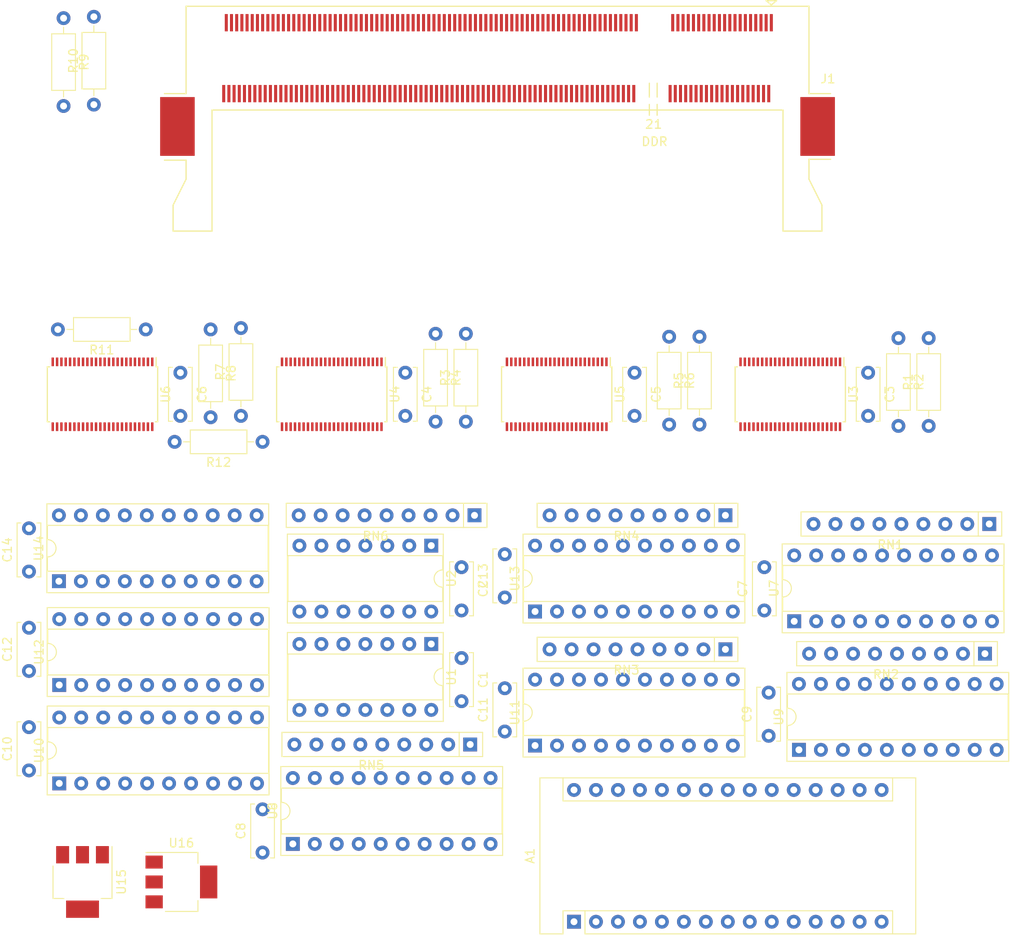
<source format=kicad_pcb>
(kicad_pcb (version 20171130) (host pcbnew "(6.0.0-rc1-dev-1613-ga55d9819b)")
  (layers (0 F.Cu signal) (31 B.Cu signal) (34 B.Paste user) (35 F.Paste user) (36 B.SilkS user) (37 F.SilkS user) (38 B.Mask user) (39 F.Mask user) (44 Edge.Cuts user))
  (net 0 "")
  (net 1 GND)
  (net 2 /~PRECAS)
  (net 3 /~PRERAS)
  (net 4 VCC)
  (net 5 /~PREWE)
  (net 6 /SHIFT_CLK)
  (net 7 /~SHIFT_OE)
  (net 8 /SA1)
  (net 9 /SHIFT_S1)
  (net 10 /SA0)
  (net 11 /SHIFT_S0)
  (net 12 /SCL)
  (net 13 /SHIFT_OUTPUT)
  (net 14 /SDA)
  (net 15 /SHIFT_INPUT)
  (net 16 /PRECK1)
  (net 17 /PRECK0)
  (net 18 +3V3)
  (net 19 "Net-(C3-Pad2)")
  (net 20 "Net-(C4-Pad2)")
  (net 21 "Net-(C5-Pad2)")
  (net 22 "Net-(C6-Pad2)")
  (net 23 /DQS7)
  (net 24 /~DQS7)
  (net 25 +1V8)
  (net 26 /~CK1)
  (net 27 /CK1)
  (net 28 /DQS5)
  (net 29 /~DQS5)
  (net 30 /NC)
  (net 31 /A13)
  (net 32 /ODT0)
  (net 33 /~S0)
  (net 34 /~RAS)
  (net 35 /BA1)
  (net 36 /A0)
  (net 37 /A2)
  (net 38 /A4)
  (net 39 /A6)
  (net 40 /A7)
  (net 41 /A11)
  (net 42 /DQ31)
  (net 43 /DQ30)
  (net 44 /DQS3)
  (net 45 /~DQS3)
  (net 46 /DQ29)
  (net 47 /DQ28)
  (net 48 /DQ23)
  (net 49 /DQ22)
  (net 50 /DM2)
  (net 51 /DQ21)
  (net 52 /DQ20)
  (net 53 /DQ15)
  (net 54 /DQ14)
  (net 55 /~CK0)
  (net 56 /CK0)
  (net 57 /DM1)
  (net 58 /DQ13)
  (net 59 /DQ12)
  (net 60 /DQ7)
  (net 61 /DQ6)
  (net 62 /DM0)
  (net 63 /DQ5)
  (net 64 /DQ4)
  (net 65 /DQS6)
  (net 66 /~DQS6)
  (net 67 /DQS4)
  (net 68 /~DQS4)
  (net 69 /~S1)
  (net 70 /~CAS)
  (net 71 /~WE)
  (net 72 /BA0)
  (net 73 /A10AP)
  (net 74 /A1)
  (net 75 /A3)
  (net 76 /A5)
  (net 77 /A8)
  (net 78 /A9)
  (net 79 /A12)
  (net 80 /BA2)
  (net 81 /DQ27)
  (net 82 /DQ26)
  (net 83 /DM3)
  (net 84 /DQ25)
  (net 85 /DQ24)
  (net 86 /DQ19)
  (net 87 /DQ18)
  (net 88 /DQS2)
  (net 89 /~DQS2)
  (net 90 /DQ17)
  (net 91 /DQ16)
  (net 92 /DQ11)
  (net 93 /DQ10)
  (net 94 /DQS1)
  (net 95 /~DQS1)
  (net 96 /DQ9)
  (net 97 /DQ8)
  (net 98 /DQ3)
  (net 99 /DQ2)
  (net 100 /DQS0)
  (net 101 /~DQS0)
  (net 102 /DQ1)
  (net 103 /DQ0)
  (net 104 /VREF)
  (net 105 "Net-(R1-Pad2)")
  (net 106 "Net-(R3-Pad2)")
  (net 107 "Net-(R5-Pad2)")
  (net 108 "Net-(R7-Pad2)")
  (net 109 /PREDQ7)
  (net 110 /PREDQ6)
  (net 111 /PREDQ5)
  (net 112 /PREDQ4)
  (net 113 /PREDQ3)
  (net 114 /PREDQ2)
  (net 115 /PREDQ1)
  (net 116 /PREDQ0)
  (net 117 /PREDQ15)
  (net 118 /PREDQ14)
  (net 119 /PREDQ13)
  (net 120 /PREDQ12)
  (net 121 /PREDQ11)
  (net 122 /PREDQ10)
  (net 123 /PREDQ9)
  (net 124 /PREDQ8)
  (net 125 /PREDQ23)
  (net 126 /PREDQ22)
  (net 127 /PREDQ21)
  (net 128 /PREDQ20)
  (net 129 /PREDQ19)
  (net 130 /PREDQ18)
  (net 131 /PREDQ17)
  (net 132 /PREDQ16)
  (net 133 /PREDQ31)
  (net 134 /PREDQ30)
  (net 135 /PREDQ29)
  (net 136 /PREDQ28)
  (net 137 /PREDQ27)
  (net 138 /PREDQ26)
  (net 139 /PREDQ25)
  (net 140 /PREDQ24)
  (net 141 /~PREDQS3)
  (net 142 /PREDQS3)
  (net 143 /~PREDQS2)
  (net 144 /PREDQS2)
  (net 145 /~PREDQS1)
  (net 146 /PREDQS1)
  (net 147 /~PREDQS0)
  (net 148 /PREDQS0)
  (net 149 /~PREDQS7)
  (net 150 /PREDQS7)
  (net 151 /~PREDQS6)
  (net 152 /PREDQS6)
  (net 153 /~PREDQS5)
  (net 154 /PREDQS5)
  (net 155 /~PREDQS4)
  (net 156 /PREDQS4)
  (net 157 /~PRECK1)
  (net 158 /~PRECK0)
  (net 159 /PREDM0)
  (net 160 /PREDM1)
  (net 161 /PREDM2)
  (net 162 /PREDM3)
  (net 163 /PREA0)
  (net 164 /PREA1)
  (net 165 /PREA2)
  (net 166 /PREA3)
  (net 167 /PREA4)
  (net 168 /PREA5)
  (net 169 /PREA6)
  (net 170 /PREA7)
  (net 171 /PREA8)
  (net 172 /PREA9)
  (net 173 /PREA10)
  (net 174 /PREA11)
  (net 175 /PREA12)
  (net 176 /PREA13)
  (net 177 /PREBA0)
  (net 178 /PREBA1)
  (net 179 /PREBA2)
  (net 180 /~PRES0)
  (net 181 /~PRES1)
  (net 182 /SHIFT_OUT0)
  (net 183 /SHIFT_OUT4)
  (net 184 /SHIFT_OUT3)
  (net 185 /SHIFT_OUT1)
  (net 186 /SHIFT_OUT5)
  (net 187 /SHIFT_OUT2)
  (net 188 /SHIFT_OUT6)
  (net 189 /PREODT)
  (net 190 /PRESA1)
  (net 191 /PRESA0)
  (net 192 /PRESCL)
  (net 193 /PRESDA)
  (module Package_DIP:DIP-20_W7.62mm_Socket (layer F.Cu) (at 99.455001 83.754999 90)
    (fp_text reference U7 (at 3.81 -2.33 90) (layer F.SilkS))
    (fp_text value 74LS299)
    (pad 20 thru_hole oval (at 7.62 0 90) (size 1.6 1.6) (drill 0.8) (layers *.Cu *.Mask) (net 4 VCC))
    (pad 10 thru_hole oval (at 0 22.86 90) (size 1.6 1.6) (drill 0.8) (layers *.Cu *.Mask) (net 1 GND))
    (pad 19 thru_hole oval (at 7.62 2.54 90) (size 1.6 1.6) (drill 0.8) (layers *.Cu *.Mask) (net 9 /SHIFT_S1))
    (pad 9 thru_hole oval (at 0 20.32 90) (size 1.6 1.6) (drill 0.8) (layers *.Cu *.Mask) (net 4 VCC))
    (pad 18 thru_hole oval (at 7.62 5.08 90) (size 1.6 1.6) (drill 0.8) (layers *.Cu *.Mask) (net 1 GND))
    (pad 8 thru_hole oval (at 0 17.78 90) (size 1.6 1.6) (drill 0.8) (layers *.Cu *.Mask))
    (pad 17 thru_hole oval (at 7.62 7.62 90) (size 1.6 1.6) (drill 0.8) (layers *.Cu *.Mask) (net 182 /SHIFT_OUT0))
    (pad 7 thru_hole oval (at 0 15.24 90) (size 1.6 1.6) (drill 0.8) (layers *.Cu *.Mask) (net 116 /PREDQ0))
    (pad 16 thru_hole oval (at 7.62 10.16 90) (size 1.6 1.6) (drill 0.8) (layers *.Cu *.Mask) (net 109 /PREDQ7))
    (pad 6 thru_hole oval (at 0 12.7 90) (size 1.6 1.6) (drill 0.8) (layers *.Cu *.Mask) (net 114 /PREDQ2))
    (pad 15 thru_hole oval (at 7.62 12.7 90) (size 1.6 1.6) (drill 0.8) (layers *.Cu *.Mask) (net 111 /PREDQ5))
    (pad 5 thru_hole oval (at 0 10.16 90) (size 1.6 1.6) (drill 0.8) (layers *.Cu *.Mask) (net 112 /PREDQ4))
    (pad 14 thru_hole oval (at 7.62 15.24 90) (size 1.6 1.6) (drill 0.8) (layers *.Cu *.Mask) (net 113 /PREDQ3))
    (pad 4 thru_hole oval (at 0 7.62 90) (size 1.6 1.6) (drill 0.8) (layers *.Cu *.Mask) (net 110 /PREDQ6))
    (pad 13 thru_hole oval (at 7.62 17.78 90) (size 1.6 1.6) (drill 0.8) (layers *.Cu *.Mask) (net 115 /PREDQ1))
    (pad 3 thru_hole oval (at 0 5.08 90) (size 1.6 1.6) (drill 0.8) (layers *.Cu *.Mask) (net 7 /~SHIFT_OE))
    (pad 12 thru_hole oval (at 7.62 20.32 90) (size 1.6 1.6) (drill 0.8) (layers *.Cu *.Mask) (net 6 /SHIFT_CLK))
    (pad 2 thru_hole oval (at 0 2.54 90) (size 1.6 1.6) (drill 0.8) (layers *.Cu *.Mask) (net 7 /~SHIFT_OE))
    (pad 11 thru_hole oval (at 7.62 22.86 90) (size 1.6 1.6) (drill 0.8) (layers *.Cu *.Mask) (net 15 /SHIFT_INPUT))
    (pad 1 thru_hole rect (at 0 0 90) (size 1.6 1.6) (drill 0.8) (layers *.Cu *.Mask) (net 11 /SHIFT_S0))
  )
  (module Package_DIP:DIP-20_W7.62mm_Socket (layer F.Cu) (at 41.5 109.5 90)
    (fp_text reference U8 (at 3.81 -2.33 90) (layer F.SilkS))
    (fp_text value 74LS299)
    (pad 20 thru_hole oval (at 7.62 0 90) (size 1.6 1.6) (drill 0.8) (layers *.Cu *.Mask) (net 4 VCC))
    (pad 10 thru_hole oval (at 0 22.86 90) (size 1.6 1.6) (drill 0.8) (layers *.Cu *.Mask) (net 1 GND))
    (pad 19 thru_hole oval (at 7.62 2.54 90) (size 1.6 1.6) (drill 0.8) (layers *.Cu *.Mask) (net 9 /SHIFT_S1))
    (pad 9 thru_hole oval (at 0 20.32 90) (size 1.6 1.6) (drill 0.8) (layers *.Cu *.Mask) (net 4 VCC))
    (pad 18 thru_hole oval (at 7.62 5.08 90) (size 1.6 1.6) (drill 0.8) (layers *.Cu *.Mask) (net 1 GND))
    (pad 8 thru_hole oval (at 0 17.78 90) (size 1.6 1.6) (drill 0.8) (layers *.Cu *.Mask))
    (pad 17 thru_hole oval (at 7.62 7.62 90) (size 1.6 1.6) (drill 0.8) (layers *.Cu *.Mask) (net 183 /SHIFT_OUT4))
    (pad 7 thru_hole oval (at 0 15.24 90) (size 1.6 1.6) (drill 0.8) (layers *.Cu *.Mask) (net 148 /PREDQS0))
    (pad 16 thru_hole oval (at 7.62 10.16 90) (size 1.6 1.6) (drill 0.8) (layers *.Cu *.Mask) (net 150 /PREDQS7))
    (pad 6 thru_hole oval (at 0 12.7 90) (size 1.6 1.6) (drill 0.8) (layers *.Cu *.Mask) (net 144 /PREDQS2))
    (pad 15 thru_hole oval (at 7.62 12.7 90) (size 1.6 1.6) (drill 0.8) (layers *.Cu *.Mask) (net 154 /PREDQS5))
    (pad 5 thru_hole oval (at 0 10.16 90) (size 1.6 1.6) (drill 0.8) (layers *.Cu *.Mask) (net 156 /PREDQS4))
    (pad 14 thru_hole oval (at 7.62 15.24 90) (size 1.6 1.6) (drill 0.8) (layers *.Cu *.Mask) (net 142 /PREDQS3))
    (pad 4 thru_hole oval (at 0 7.62 90) (size 1.6 1.6) (drill 0.8) (layers *.Cu *.Mask) (net 152 /PREDQS6))
    (pad 13 thru_hole oval (at 7.62 17.78 90) (size 1.6 1.6) (drill 0.8) (layers *.Cu *.Mask) (net 146 /PREDQS1))
    (pad 3 thru_hole oval (at 0 5.08 90) (size 1.6 1.6) (drill 0.8) (layers *.Cu *.Mask) (net 7 /~SHIFT_OE))
    (pad 12 thru_hole oval (at 7.62 20.32 90) (size 1.6 1.6) (drill 0.8) (layers *.Cu *.Mask) (net 6 /SHIFT_CLK))
    (pad 2 thru_hole oval (at 0 2.54 90) (size 1.6 1.6) (drill 0.8) (layers *.Cu *.Mask) (net 7 /~SHIFT_OE))
    (pad 11 thru_hole oval (at 7.62 22.86 90) (size 1.6 1.6) (drill 0.8) (layers *.Cu *.Mask) (net 184 /SHIFT_OUT3))
    (pad 1 thru_hole rect (at 0 0 90) (size 1.6 1.6) (drill 0.8) (layers *.Cu *.Mask) (net 11 /SHIFT_S0))
  )
  (module Resistor_THT:R_Array_SIP9 (layer F.Cu) (at 121.5 87.5 180)
    (fp_text reference RN2 (at 11.43 -2.4 180) (layer F.SilkS))
    (fp_text value 100K)
    (pad 9 thru_hole oval (at 20.32 0 180) (size 1.6 1.6) (drill 0.8) (layers *.Cu *.Mask) (net 117 /PREDQ15))
    (pad 8 thru_hole oval (at 17.78 0 180) (size 1.6 1.6) (drill 0.8) (layers *.Cu *.Mask) (net 118 /PREDQ14))
    (pad 7 thru_hole oval (at 15.24 0 180) (size 1.6 1.6) (drill 0.8) (layers *.Cu *.Mask) (net 119 /PREDQ13))
    (pad 6 thru_hole oval (at 12.7 0 180) (size 1.6 1.6) (drill 0.8) (layers *.Cu *.Mask) (net 120 /PREDQ12))
    (pad 5 thru_hole oval (at 10.16 0 180) (size 1.6 1.6) (drill 0.8) (layers *.Cu *.Mask) (net 121 /PREDQ11))
    (pad 4 thru_hole oval (at 7.62 0 180) (size 1.6 1.6) (drill 0.8) (layers *.Cu *.Mask) (net 122 /PREDQ10))
    (pad 3 thru_hole oval (at 5.08 0 180) (size 1.6 1.6) (drill 0.8) (layers *.Cu *.Mask) (net 123 /PREDQ9))
    (pad 2 thru_hole oval (at 2.54 0 180) (size 1.6 1.6) (drill 0.8) (layers *.Cu *.Mask) (net 124 /PREDQ8))
    (pad 1 thru_hole rect (at 0 0 180) (size 1.6 1.6) (drill 0.8) (layers *.Cu *.Mask) (net 4 VCC))
  )
  (module Resistor_THT:R_Axial_DIN0207_L6.3mm_D2.5mm_P10.16mm_Horizontal (layer F.Cu) (at 35.5 60 90)
    (fp_text reference R7 (at 5.08 -2.37 90) (layer F.SilkS))
    (fp_text value 100K)
    (pad 2 thru_hole oval (at 10.16 0 90) (size 1.6 1.6) (drill 0.8) (layers *.Cu *.Mask) (net 108 "Net-(R7-Pad2)"))
    (pad 1 thru_hole circle (at 0 0 90) (size 1.6 1.6) (drill 0.8) (layers *.Cu *.Mask) (net 4 VCC))
  )
  (module Resistor_THT:R_Axial_DIN0207_L6.3mm_D2.5mm_P10.16mm_Horizontal (layer F.Cu) (at 85 50.84 270)
    (fp_text reference R6 (at 5.08 -2.37 270) (layer F.SilkS))
    (fp_text value 100K)
    (pad 2 thru_hole oval (at 10.16 0 270) (size 1.6 1.6) (drill 0.8) (layers *.Cu *.Mask) (net 21 "Net-(C5-Pad2)"))
    (pad 1 thru_hole circle (at 0 0 270) (size 1.6 1.6) (drill 0.8) (layers *.Cu *.Mask) (net 107 "Net-(R5-Pad2)"))
  )
  (module Resistor_THT:R_Axial_DIN0207_L6.3mm_D2.5mm_P10.16mm_Horizontal (layer F.Cu) (at 88.5 61 90)
    (fp_text reference R5 (at 5.08 -2.37 90) (layer F.SilkS))
    (fp_text value 100K)
    (pad 2 thru_hole oval (at 10.16 0 90) (size 1.6 1.6) (drill 0.8) (layers *.Cu *.Mask) (net 107 "Net-(R5-Pad2)"))
    (pad 1 thru_hole circle (at 0 0 90) (size 1.6 1.6) (drill 0.8) (layers *.Cu *.Mask) (net 4 VCC))
  )
  (module Resistor_THT:R_Axial_DIN0207_L6.3mm_D2.5mm_P10.16mm_Horizontal (layer F.Cu) (at 58 50.5 270)
    (fp_text reference R4 (at 5.08 -2.37 270) (layer F.SilkS))
    (fp_text value 100K)
    (pad 2 thru_hole oval (at 10.16 0 270) (size 1.6 1.6) (drill 0.8) (layers *.Cu *.Mask) (net 20 "Net-(C4-Pad2)"))
    (pad 1 thru_hole circle (at 0 0 270) (size 1.6 1.6) (drill 0.8) (layers *.Cu *.Mask) (net 106 "Net-(R3-Pad2)"))
  )
  (module Resistor_THT:R_Axial_DIN0207_L6.3mm_D2.5mm_P10.16mm_Horizontal (layer F.Cu) (at 61.5 60.66 90)
    (fp_text reference R3 (at 5.08 -2.37 90) (layer F.SilkS))
    (fp_text value 100K)
    (pad 2 thru_hole oval (at 10.16 0 90) (size 1.6 1.6) (drill 0.8) (layers *.Cu *.Mask) (net 106 "Net-(R3-Pad2)"))
    (pad 1 thru_hole circle (at 0 0 90) (size 1.6 1.6) (drill 0.8) (layers *.Cu *.Mask) (net 4 VCC))
  )
  (module Package_DIP:DIP-14_W7.62mm_Socket (layer F.Cu) (at 57.5 75 270)
    (fp_text reference U2 (at 3.81 -2.33 270) (layer F.SilkS))
    (fp_text value 74HC04)
    (pad 14 thru_hole oval (at 7.62 0 270) (size 1.6 1.6) (drill 0.8) (layers *.Cu *.Mask) (net 4 VCC))
    (pad 7 thru_hole oval (at 0 15.24 270) (size 1.6 1.6) (drill 0.8) (layers *.Cu *.Mask) (net 1 GND))
    (pad 13 thru_hole oval (at 7.62 2.54 270) (size 1.6 1.6) (drill 0.8) (layers *.Cu *.Mask))
    (pad 6 thru_hole oval (at 0 12.7 270) (size 1.6 1.6) (drill 0.8) (layers *.Cu *.Mask) (net 151 /~PREDQS6))
    (pad 12 thru_hole oval (at 7.62 5.08 270) (size 1.6 1.6) (drill 0.8) (layers *.Cu *.Mask))
    (pad 5 thru_hole oval (at 0 10.16 270) (size 1.6 1.6) (drill 0.8) (layers *.Cu *.Mask) (net 152 /PREDQS6))
    (pad 11 thru_hole oval (at 7.62 7.62 270) (size 1.6 1.6) (drill 0.8) (layers *.Cu *.Mask))
    (pad 4 thru_hole oval (at 0 7.62 270) (size 1.6 1.6) (drill 0.8) (layers *.Cu *.Mask) (net 153 /~PREDQS5))
    (pad 10 thru_hole oval (at 7.62 10.16 270) (size 1.6 1.6) (drill 0.8) (layers *.Cu *.Mask))
    (pad 3 thru_hole oval (at 0 5.08 270) (size 1.6 1.6) (drill 0.8) (layers *.Cu *.Mask) (net 154 /PREDQS5))
    (pad 9 thru_hole oval (at 7.62 12.7 270) (size 1.6 1.6) (drill 0.8) (layers *.Cu *.Mask) (net 150 /PREDQS7))
    (pad 2 thru_hole oval (at 0 2.54 270) (size 1.6 1.6) (drill 0.8) (layers *.Cu *.Mask) (net 155 /~PREDQS4))
    (pad 8 thru_hole oval (at 7.62 15.24 270) (size 1.6 1.6) (drill 0.8) (layers *.Cu *.Mask) (net 149 /~PREDQS7))
    (pad 1 thru_hole rect (at 0 0 270) (size 1.6 1.6) (drill 0.8) (layers *.Cu *.Mask) (net 156 /PREDQS4))
  )
  (module Package_DIP:DIP-14_W7.62mm_Socket (layer F.Cu) (at 57.5 86.38 270)
    (fp_text reference U1 (at 3.81 -2.33 270) (layer F.SilkS))
    (fp_text value 74HC04)
    (pad 14 thru_hole oval (at 7.62 0 270) (size 1.6 1.6) (drill 0.8) (layers *.Cu *.Mask) (net 4 VCC))
    (pad 7 thru_hole oval (at 0 15.24 270) (size 1.6 1.6) (drill 0.8) (layers *.Cu *.Mask) (net 1 GND))
    (pad 13 thru_hole oval (at 7.62 2.54 270) (size 1.6 1.6) (drill 0.8) (layers *.Cu *.Mask) (net 142 /PREDQS3))
    (pad 6 thru_hole oval (at 0 12.7 270) (size 1.6 1.6) (drill 0.8) (layers *.Cu *.Mask) (net 147 /~PREDQS0))
    (pad 12 thru_hole oval (at 7.62 5.08 270) (size 1.6 1.6) (drill 0.8) (layers *.Cu *.Mask) (net 141 /~PREDQS3))
    (pad 5 thru_hole oval (at 0 10.16 270) (size 1.6 1.6) (drill 0.8) (layers *.Cu *.Mask) (net 148 /PREDQS0))
    (pad 11 thru_hole oval (at 7.62 7.62 270) (size 1.6 1.6) (drill 0.8) (layers *.Cu *.Mask) (net 144 /PREDQS2))
    (pad 4 thru_hole oval (at 0 7.62 270) (size 1.6 1.6) (drill 0.8) (layers *.Cu *.Mask) (net 157 /~PRECK1))
    (pad 10 thru_hole oval (at 7.62 10.16 270) (size 1.6 1.6) (drill 0.8) (layers *.Cu *.Mask) (net 143 /~PREDQS2))
    (pad 3 thru_hole oval (at 0 5.08 270) (size 1.6 1.6) (drill 0.8) (layers *.Cu *.Mask) (net 16 /PRECK1))
    (pad 9 thru_hole oval (at 7.62 12.7 270) (size 1.6 1.6) (drill 0.8) (layers *.Cu *.Mask) (net 146 /PREDQS1))
    (pad 2 thru_hole oval (at 0 2.54 270) (size 1.6 1.6) (drill 0.8) (layers *.Cu *.Mask) (net 158 /~PRECK0))
    (pad 8 thru_hole oval (at 7.62 15.24 270) (size 1.6 1.6) (drill 0.8) (layers *.Cu *.Mask) (net 145 /~PREDQS1))
    (pad 1 thru_hole rect (at 0 0 270) (size 1.6 1.6) (drill 0.8) (layers *.Cu *.Mask) (net 17 /PRECK0))
  )
  (module Resistor_THT:R_Array_SIP9 (layer F.Cu) (at 62.5 71.5 180)
    (fp_text reference RN6 (at 11.43 -2.4 180) (layer F.SilkS))
    (fp_text value 100K)
    (pad 9 thru_hole oval (at 20.32 0 180) (size 1.6 1.6) (drill 0.8) (layers *.Cu *.Mask) (net 149 /~PREDQS7))
    (pad 8 thru_hole oval (at 17.78 0 180) (size 1.6 1.6) (drill 0.8) (layers *.Cu *.Mask) (net 150 /PREDQS7))
    (pad 7 thru_hole oval (at 15.24 0 180) (size 1.6 1.6) (drill 0.8) (layers *.Cu *.Mask) (net 151 /~PREDQS6))
    (pad 6 thru_hole oval (at 12.7 0 180) (size 1.6 1.6) (drill 0.8) (layers *.Cu *.Mask) (net 152 /PREDQS6))
    (pad 5 thru_hole oval (at 10.16 0 180) (size 1.6 1.6) (drill 0.8) (layers *.Cu *.Mask) (net 153 /~PREDQS5))
    (pad 4 thru_hole oval (at 7.62 0 180) (size 1.6 1.6) (drill 0.8) (layers *.Cu *.Mask) (net 154 /PREDQS5))
    (pad 3 thru_hole oval (at 5.08 0 180) (size 1.6 1.6) (drill 0.8) (layers *.Cu *.Mask) (net 155 /~PREDQS4))
    (pad 2 thru_hole oval (at 2.54 0 180) (size 1.6 1.6) (drill 0.8) (layers *.Cu *.Mask) (net 156 /PREDQS4))
    (pad 1 thru_hole rect (at 0 0 180) (size 1.6 1.6) (drill 0.8) (layers *.Cu *.Mask) (net 4 VCC))
  )
  (module Resistor_THT:R_Array_SIP9 (layer F.Cu) (at 62 98 180)
    (fp_text reference RN5 (at 11.43 -2.4 180) (layer F.SilkS))
    (fp_text value 100K)
    (pad 9 thru_hole oval (at 20.32 0 180) (size 1.6 1.6) (drill 0.8) (layers *.Cu *.Mask) (net 141 /~PREDQS3))
    (pad 8 thru_hole oval (at 17.78 0 180) (size 1.6 1.6) (drill 0.8) (layers *.Cu *.Mask) (net 142 /PREDQS3))
    (pad 7 thru_hole oval (at 15.24 0 180) (size 1.6 1.6) (drill 0.8) (layers *.Cu *.Mask) (net 143 /~PREDQS2))
    (pad 6 thru_hole oval (at 12.7 0 180) (size 1.6 1.6) (drill 0.8) (layers *.Cu *.Mask) (net 144 /PREDQS2))
    (pad 5 thru_hole oval (at 10.16 0 180) (size 1.6 1.6) (drill 0.8) (layers *.Cu *.Mask) (net 145 /~PREDQS1))
    (pad 4 thru_hole oval (at 7.62 0 180) (size 1.6 1.6) (drill 0.8) (layers *.Cu *.Mask) (net 146 /PREDQS1))
    (pad 3 thru_hole oval (at 5.08 0 180) (size 1.6 1.6) (drill 0.8) (layers *.Cu *.Mask) (net 147 /~PREDQS0))
    (pad 2 thru_hole oval (at 2.54 0 180) (size 1.6 1.6) (drill 0.8) (layers *.Cu *.Mask) (net 148 /PREDQS0))
    (pad 1 thru_hole rect (at 0 0 180) (size 1.6 1.6) (drill 0.8) (layers *.Cu *.Mask) (net 4 VCC))
  )
  (module Package_SO:TSSOP-48_6.1x12.5mm_P0.5mm (layer F.Cu) (at 19.5 57.5 270)
    (fp_text reference U6 (at 0 -7.3 270) (layer F.SilkS))
    (fp_text value GTL2000)
    (pad 48 smd rect (at 3.75 -5.75 270) (size 1 0.285) (layers F.Cu F.Paste F.Mask) (net 22 "Net-(C6-Pad2)"))
    (pad 47 smd rect (at 3.75 -5.25 270) (size 1 0.285) (layers F.Cu F.Paste F.Mask) (net 22 "Net-(C6-Pad2)"))
    (pad 46 smd rect (at 3.75 -4.75 270) (size 1 0.285) (layers F.Cu F.Paste F.Mask) (net 173 /PREA10))
    (pad 45 smd rect (at 3.75 -4.25 270) (size 1 0.285) (layers F.Cu F.Paste F.Mask) (net 174 /PREA11))
    (pad 44 smd rect (at 3.75 -3.75 270) (size 1 0.285) (layers F.Cu F.Paste F.Mask) (net 175 /PREA12))
    (pad 43 smd rect (at 3.75 -3.25 270) (size 1 0.285) (layers F.Cu F.Paste F.Mask) (net 176 /PREA13))
    (pad 42 smd rect (at 3.75 -2.75 270) (size 1 0.285) (layers F.Cu F.Paste F.Mask) (net 177 /PREBA0))
    (pad 41 smd rect (at 3.75 -2.25 270) (size 1 0.285) (layers F.Cu F.Paste F.Mask) (net 178 /PREBA1))
    (pad 40 smd rect (at 3.75 -1.75 270) (size 1 0.285) (layers F.Cu F.Paste F.Mask) (net 179 /PREBA2))
    (pad 39 smd rect (at 3.75 -1.25 270) (size 1 0.285) (layers F.Cu F.Paste F.Mask) (net 5 /~PREWE))
    (pad 38 smd rect (at 3.75 -0.75 270) (size 1 0.285) (layers F.Cu F.Paste F.Mask) (net 3 /~PRERAS))
    (pad 37 smd rect (at 3.75 -0.25 270) (size 1 0.285) (layers F.Cu F.Paste F.Mask) (net 2 /~PRECAS))
    (pad 36 smd rect (at 3.75 0.25 270) (size 1 0.285) (layers F.Cu F.Paste F.Mask) (net 180 /~PRES0))
    (pad 35 smd rect (at 3.75 0.75 270) (size 1 0.285) (layers F.Cu F.Paste F.Mask) (net 181 /~PRES1))
    (pad 34 smd rect (at 3.75 1.25 270) (size 1 0.285) (layers F.Cu F.Paste F.Mask) (net 193 /PRESDA))
    (pad 33 smd rect (at 3.75 1.75 270) (size 1 0.285) (layers F.Cu F.Paste F.Mask) (net 192 /PRESCL))
    (pad 32 smd rect (at 3.75 2.25 270) (size 1 0.285) (layers F.Cu F.Paste F.Mask) (net 191 /PRESA0))
    (pad 31 smd rect (at 3.75 2.75 270) (size 1 0.285) (layers F.Cu F.Paste F.Mask) (net 190 /PRESA1))
    (pad 30 smd rect (at 3.75 3.25 270) (size 1 0.285) (layers F.Cu F.Paste F.Mask) (net 189 /PREODT))
    (pad 29 smd rect (at 3.75 3.75 270) (size 1 0.285) (layers F.Cu F.Paste F.Mask))
    (pad 28 smd rect (at 3.75 4.25 270) (size 1 0.285) (layers F.Cu F.Paste F.Mask))
    (pad 27 smd rect (at 3.75 4.75 270) (size 1 0.285) (layers F.Cu F.Paste F.Mask))
    (pad 26 smd rect (at 3.75 5.25 270) (size 1 0.285) (layers F.Cu F.Paste F.Mask))
    (pad 25 smd rect (at 3.75 5.75 270) (size 1 0.285) (layers F.Cu F.Paste F.Mask))
    (pad 24 smd rect (at -3.75 5.75 270) (size 1 0.285) (layers F.Cu F.Paste F.Mask))
    (pad 23 smd rect (at -3.75 5.25 270) (size 1 0.285) (layers F.Cu F.Paste F.Mask))
    (pad 22 smd rect (at -3.75 4.75 270) (size 1 0.285) (layers F.Cu F.Paste F.Mask))
    (pad 21 smd rect (at -3.75 4.25 270) (size 1 0.285) (layers F.Cu F.Paste F.Mask))
    (pad 20 smd rect (at -3.75 3.75 270) (size 1 0.285) (layers F.Cu F.Paste F.Mask))
    (pad 19 smd rect (at -3.75 3.25 270) (size 1 0.285) (layers F.Cu F.Paste F.Mask) (net 32 /ODT0))
    (pad 18 smd rect (at -3.75 2.75 270) (size 1 0.285) (layers F.Cu F.Paste F.Mask) (net 8 /SA1))
    (pad 17 smd rect (at -3.75 2.25 270) (size 1 0.285) (layers F.Cu F.Paste F.Mask) (net 10 /SA0))
    (pad 16 smd rect (at -3.75 1.75 270) (size 1 0.285) (layers F.Cu F.Paste F.Mask) (net 12 /SCL))
    (pad 15 smd rect (at -3.75 1.25 270) (size 1 0.285) (layers F.Cu F.Paste F.Mask) (net 14 /SDA))
    (pad 14 smd rect (at -3.75 0.75 270) (size 1 0.285) (layers F.Cu F.Paste F.Mask) (net 69 /~S1))
    (pad 13 smd rect (at -3.75 0.25 270) (size 1 0.285) (layers F.Cu F.Paste F.Mask) (net 33 /~S0))
    (pad 12 smd rect (at -3.75 -0.25 270) (size 1 0.285) (layers F.Cu F.Paste F.Mask) (net 70 /~CAS))
    (pad 11 smd rect (at -3.75 -0.75 270) (size 1 0.285) (layers F.Cu F.Paste F.Mask) (net 34 /~RAS))
    (pad 10 smd rect (at -3.75 -1.25 270) (size 1 0.285) (layers F.Cu F.Paste F.Mask) (net 71 /~WE))
    (pad 9 smd rect (at -3.75 -1.75 270) (size 1 0.285) (layers F.Cu F.Paste F.Mask) (net 80 /BA2))
    (pad 8 smd rect (at -3.75 -2.25 270) (size 1 0.285) (layers F.Cu F.Paste F.Mask) (net 35 /BA1))
    (pad 7 smd rect (at -3.75 -2.75 270) (size 1 0.285) (layers F.Cu F.Paste F.Mask) (net 72 /BA0))
    (pad 6 smd rect (at -3.75 -3.25 270) (size 1 0.285) (layers F.Cu F.Paste F.Mask) (net 31 /A13))
    (pad 5 smd rect (at -3.75 -3.75 270) (size 1 0.285) (layers F.Cu F.Paste F.Mask) (net 79 /A12))
    (pad 4 smd rect (at -3.75 -4.25 270) (size 1 0.285) (layers F.Cu F.Paste F.Mask) (net 41 /A11))
    (pad 3 smd rect (at -3.75 -4.75 270) (size 1 0.285) (layers F.Cu F.Paste F.Mask) (net 73 /A10AP))
    (pad 2 smd rect (at -3.75 -5.25 270) (size 1 0.285) (layers F.Cu F.Paste F.Mask) (net 25 +1V8))
    (pad 1 smd rect (at -3.75 -5.75 270) (size 1 0.285) (layers F.Cu F.Paste F.Mask) (net 1 GND))
  )
  (module Package_SO:TSSOP-48_6.1x12.5mm_P0.5mm (layer F.Cu) (at 99 57.5 270)
    (fp_text reference U3 (at 0 -7.3 270) (layer F.SilkS))
    (fp_text value GTL2000)
    (pad 48 smd rect (at 3.75 -5.75 270) (size 1 0.285) (layers F.Cu F.Paste F.Mask) (net 19 "Net-(C3-Pad2)"))
    (pad 47 smd rect (at 3.75 -5.25 270) (size 1 0.285) (layers F.Cu F.Paste F.Mask) (net 19 "Net-(C3-Pad2)"))
    (pad 46 smd rect (at 3.75 -4.75 270) (size 1 0.285) (layers F.Cu F.Paste F.Mask) (net 116 /PREDQ0))
    (pad 45 smd rect (at 3.75 -4.25 270) (size 1 0.285) (layers F.Cu F.Paste F.Mask) (net 115 /PREDQ1))
    (pad 44 smd rect (at 3.75 -3.75 270) (size 1 0.285) (layers F.Cu F.Paste F.Mask) (net 114 /PREDQ2))
    (pad 43 smd rect (at 3.75 -3.25 270) (size 1 0.285) (layers F.Cu F.Paste F.Mask) (net 113 /PREDQ3))
    (pad 42 smd rect (at 3.75 -2.75 270) (size 1 0.285) (layers F.Cu F.Paste F.Mask) (net 112 /PREDQ4))
    (pad 41 smd rect (at 3.75 -2.25 270) (size 1 0.285) (layers F.Cu F.Paste F.Mask) (net 111 /PREDQ5))
    (pad 40 smd rect (at 3.75 -1.75 270) (size 1 0.285) (layers F.Cu F.Paste F.Mask) (net 110 /PREDQ6))
    (pad 39 smd rect (at 3.75 -1.25 270) (size 1 0.285) (layers F.Cu F.Paste F.Mask) (net 109 /PREDQ7))
    (pad 38 smd rect (at 3.75 -0.75 270) (size 1 0.285) (layers F.Cu F.Paste F.Mask) (net 124 /PREDQ8))
    (pad 37 smd rect (at 3.75 -0.25 270) (size 1 0.285) (layers F.Cu F.Paste F.Mask) (net 123 /PREDQ9))
    (pad 36 smd rect (at 3.75 0.25 270) (size 1 0.285) (layers F.Cu F.Paste F.Mask) (net 122 /PREDQ10))
    (pad 35 smd rect (at 3.75 0.75 270) (size 1 0.285) (layers F.Cu F.Paste F.Mask) (net 121 /PREDQ11))
    (pad 34 smd rect (at 3.75 1.25 270) (size 1 0.285) (layers F.Cu F.Paste F.Mask) (net 120 /PREDQ12))
    (pad 33 smd rect (at 3.75 1.75 270) (size 1 0.285) (layers F.Cu F.Paste F.Mask) (net 119 /PREDQ13))
    (pad 32 smd rect (at 3.75 2.25 270) (size 1 0.285) (layers F.Cu F.Paste F.Mask) (net 118 /PREDQ14))
    (pad 31 smd rect (at 3.75 2.75 270) (size 1 0.285) (layers F.Cu F.Paste F.Mask) (net 117 /PREDQ15))
    (pad 30 smd rect (at 3.75 3.25 270) (size 1 0.285) (layers F.Cu F.Paste F.Mask) (net 132 /PREDQ16))
    (pad 29 smd rect (at 3.75 3.75 270) (size 1 0.285) (layers F.Cu F.Paste F.Mask) (net 131 /PREDQ17))
    (pad 28 smd rect (at 3.75 4.25 270) (size 1 0.285) (layers F.Cu F.Paste F.Mask) (net 130 /PREDQ18))
    (pad 27 smd rect (at 3.75 4.75 270) (size 1 0.285) (layers F.Cu F.Paste F.Mask) (net 129 /PREDQ19))
    (pad 26 smd rect (at 3.75 5.25 270) (size 1 0.285) (layers F.Cu F.Paste F.Mask) (net 128 /PREDQ20))
    (pad 25 smd rect (at 3.75 5.75 270) (size 1 0.285) (layers F.Cu F.Paste F.Mask) (net 127 /PREDQ21))
    (pad 24 smd rect (at -3.75 5.75 270) (size 1 0.285) (layers F.Cu F.Paste F.Mask) (net 51 /DQ21))
    (pad 23 smd rect (at -3.75 5.25 270) (size 1 0.285) (layers F.Cu F.Paste F.Mask) (net 52 /DQ20))
    (pad 22 smd rect (at -3.75 4.75 270) (size 1 0.285) (layers F.Cu F.Paste F.Mask) (net 86 /DQ19))
    (pad 21 smd rect (at -3.75 4.25 270) (size 1 0.285) (layers F.Cu F.Paste F.Mask) (net 87 /DQ18))
    (pad 20 smd rect (at -3.75 3.75 270) (size 1 0.285) (layers F.Cu F.Paste F.Mask) (net 90 /DQ17))
    (pad 19 smd rect (at -3.75 3.25 270) (size 1 0.285) (layers F.Cu F.Paste F.Mask) (net 91 /DQ16))
    (pad 18 smd rect (at -3.75 2.75 270) (size 1 0.285) (layers F.Cu F.Paste F.Mask) (net 53 /DQ15))
    (pad 17 smd rect (at -3.75 2.25 270) (size 1 0.285) (layers F.Cu F.Paste F.Mask) (net 54 /DQ14))
    (pad 16 smd rect (at -3.75 1.75 270) (size 1 0.285) (layers F.Cu F.Paste F.Mask) (net 58 /DQ13))
    (pad 15 smd rect (at -3.75 1.25 270) (size 1 0.285) (layers F.Cu F.Paste F.Mask) (net 59 /DQ12))
    (pad 14 smd rect (at -3.75 0.75 270) (size 1 0.285) (layers F.Cu F.Paste F.Mask) (net 92 /DQ11))
    (pad 13 smd rect (at -3.75 0.25 270) (size 1 0.285) (layers F.Cu F.Paste F.Mask) (net 93 /DQ10))
    (pad 12 smd rect (at -3.75 -0.25 270) (size 1 0.285) (layers F.Cu F.Paste F.Mask) (net 96 /DQ9))
    (pad 11 smd rect (at -3.75 -0.75 270) (size 1 0.285) (layers F.Cu F.Paste F.Mask) (net 97 /DQ8))
    (pad 10 smd rect (at -3.75 -1.25 270) (size 1 0.285) (layers F.Cu F.Paste F.Mask) (net 60 /DQ7))
    (pad 9 smd rect (at -3.75 -1.75 270) (size 1 0.285) (layers F.Cu F.Paste F.Mask) (net 61 /DQ6))
    (pad 8 smd rect (at -3.75 -2.25 270) (size 1 0.285) (layers F.Cu F.Paste F.Mask) (net 63 /DQ5))
    (pad 7 smd rect (at -3.75 -2.75 270) (size 1 0.285) (layers F.Cu F.Paste F.Mask) (net 64 /DQ4))
    (pad 6 smd rect (at -3.75 -3.25 270) (size 1 0.285) (layers F.Cu F.Paste F.Mask) (net 98 /DQ3))
    (pad 5 smd rect (at -3.75 -3.75 270) (size 1 0.285) (layers F.Cu F.Paste F.Mask) (net 99 /DQ2))
    (pad 4 smd rect (at -3.75 -4.25 270) (size 1 0.285) (layers F.Cu F.Paste F.Mask) (net 102 /DQ1))
    (pad 3 smd rect (at -3.75 -4.75 270) (size 1 0.285) (layers F.Cu F.Paste F.Mask) (net 103 /DQ0))
    (pad 2 smd rect (at -3.75 -5.25 270) (size 1 0.285) (layers F.Cu F.Paste F.Mask) (net 25 +1V8))
    (pad 1 smd rect (at -3.75 -5.75 270) (size 1 0.285) (layers F.Cu F.Paste F.Mask) (net 1 GND))
  )
  (module Package_SO:TSSOP-48_6.1x12.5mm_P0.5mm (layer F.Cu) (at 46 57.5 270)
    (fp_text reference U4 (at 0 -7.3 270) (layer F.SilkS))
    (fp_text value GTL2000)
    (pad 48 smd rect (at 3.75 -5.75 270) (size 1 0.285) (layers F.Cu F.Paste F.Mask) (net 20 "Net-(C4-Pad2)"))
    (pad 47 smd rect (at 3.75 -5.25 270) (size 1 0.285) (layers F.Cu F.Paste F.Mask) (net 20 "Net-(C4-Pad2)"))
    (pad 46 smd rect (at 3.75 -4.75 270) (size 1 0.285) (layers F.Cu F.Paste F.Mask) (net 152 /PREDQS6))
    (pad 45 smd rect (at 3.75 -4.25 270) (size 1 0.285) (layers F.Cu F.Paste F.Mask) (net 151 /~PREDQS6))
    (pad 44 smd rect (at 3.75 -3.75 270) (size 1 0.285) (layers F.Cu F.Paste F.Mask) (net 150 /PREDQS7))
    (pad 43 smd rect (at 3.75 -3.25 270) (size 1 0.285) (layers F.Cu F.Paste F.Mask) (net 149 /~PREDQS7))
    (pad 42 smd rect (at 3.75 -2.75 270) (size 1 0.285) (layers F.Cu F.Paste F.Mask) (net 17 /PRECK0))
    (pad 41 smd rect (at 3.75 -2.25 270) (size 1 0.285) (layers F.Cu F.Paste F.Mask) (net 158 /~PRECK0))
    (pad 40 smd rect (at 3.75 -1.75 270) (size 1 0.285) (layers F.Cu F.Paste F.Mask) (net 16 /PRECK1))
    (pad 39 smd rect (at 3.75 -1.25 270) (size 1 0.285) (layers F.Cu F.Paste F.Mask) (net 157 /~PRECK1))
    (pad 38 smd rect (at 3.75 -0.75 270) (size 1 0.285) (layers F.Cu F.Paste F.Mask) (net 159 /PREDM0))
    (pad 37 smd rect (at 3.75 -0.25 270) (size 1 0.285) (layers F.Cu F.Paste F.Mask) (net 160 /PREDM1))
    (pad 36 smd rect (at 3.75 0.25 270) (size 1 0.285) (layers F.Cu F.Paste F.Mask) (net 161 /PREDM2))
    (pad 35 smd rect (at 3.75 0.75 270) (size 1 0.285) (layers F.Cu F.Paste F.Mask) (net 162 /PREDM3))
    (pad 34 smd rect (at 3.75 1.25 270) (size 1 0.285) (layers F.Cu F.Paste F.Mask) (net 163 /PREA0))
    (pad 33 smd rect (at 3.75 1.75 270) (size 1 0.285) (layers F.Cu F.Paste F.Mask) (net 164 /PREA1))
    (pad 32 smd rect (at 3.75 2.25 270) (size 1 0.285) (layers F.Cu F.Paste F.Mask) (net 165 /PREA2))
    (pad 31 smd rect (at 3.75 2.75 270) (size 1 0.285) (layers F.Cu F.Paste F.Mask) (net 166 /PREA3))
    (pad 30 smd rect (at 3.75 3.25 270) (size 1 0.285) (layers F.Cu F.Paste F.Mask) (net 167 /PREA4))
    (pad 29 smd rect (at 3.75 3.75 270) (size 1 0.285) (layers F.Cu F.Paste F.Mask) (net 168 /PREA5))
    (pad 28 smd rect (at 3.75 4.25 270) (size 1 0.285) (layers F.Cu F.Paste F.Mask) (net 169 /PREA6))
    (pad 27 smd rect (at 3.75 4.75 270) (size 1 0.285) (layers F.Cu F.Paste F.Mask) (net 170 /PREA7))
    (pad 26 smd rect (at 3.75 5.25 270) (size 1 0.285) (layers F.Cu F.Paste F.Mask) (net 171 /PREA8))
    (pad 25 smd rect (at 3.75 5.75 270) (size 1 0.285) (layers F.Cu F.Paste F.Mask) (net 172 /PREA9))
    (pad 24 smd rect (at -3.75 5.75 270) (size 1 0.285) (layers F.Cu F.Paste F.Mask) (net 78 /A9))
    (pad 23 smd rect (at -3.75 5.25 270) (size 1 0.285) (layers F.Cu F.Paste F.Mask) (net 77 /A8))
    (pad 22 smd rect (at -3.75 4.75 270) (size 1 0.285) (layers F.Cu F.Paste F.Mask) (net 40 /A7))
    (pad 21 smd rect (at -3.75 4.25 270) (size 1 0.285) (layers F.Cu F.Paste F.Mask) (net 39 /A6))
    (pad 20 smd rect (at -3.75 3.75 270) (size 1 0.285) (layers F.Cu F.Paste F.Mask) (net 76 /A5))
    (pad 19 smd rect (at -3.75 3.25 270) (size 1 0.285) (layers F.Cu F.Paste F.Mask) (net 38 /A4))
    (pad 18 smd rect (at -3.75 2.75 270) (size 1 0.285) (layers F.Cu F.Paste F.Mask) (net 75 /A3))
    (pad 17 smd rect (at -3.75 2.25 270) (size 1 0.285) (layers F.Cu F.Paste F.Mask) (net 37 /A2))
    (pad 16 smd rect (at -3.75 1.75 270) (size 1 0.285) (layers F.Cu F.Paste F.Mask) (net 74 /A1))
    (pad 15 smd rect (at -3.75 1.25 270) (size 1 0.285) (layers F.Cu F.Paste F.Mask) (net 36 /A0))
    (pad 14 smd rect (at -3.75 0.75 270) (size 1 0.285) (layers F.Cu F.Paste F.Mask) (net 83 /DM3))
    (pad 13 smd rect (at -3.75 0.25 270) (size 1 0.285) (layers F.Cu F.Paste F.Mask) (net 50 /DM2))
    (pad 12 smd rect (at -3.75 -0.25 270) (size 1 0.285) (layers F.Cu F.Paste F.Mask) (net 57 /DM1))
    (pad 11 smd rect (at -3.75 -0.75 270) (size 1 0.285) (layers F.Cu F.Paste F.Mask) (net 62 /DM0))
    (pad 10 smd rect (at -3.75 -1.25 270) (size 1 0.285) (layers F.Cu F.Paste F.Mask) (net 26 /~CK1))
    (pad 9 smd rect (at -3.75 -1.75 270) (size 1 0.285) (layers F.Cu F.Paste F.Mask) (net 27 /CK1))
    (pad 8 smd rect (at -3.75 -2.25 270) (size 1 0.285) (layers F.Cu F.Paste F.Mask) (net 55 /~CK0))
    (pad 7 smd rect (at -3.75 -2.75 270) (size 1 0.285) (layers F.Cu F.Paste F.Mask) (net 56 /CK0))
    (pad 6 smd rect (at -3.75 -3.25 270) (size 1 0.285) (layers F.Cu F.Paste F.Mask) (net 24 /~DQS7))
    (pad 5 smd rect (at -3.75 -3.75 270) (size 1 0.285) (layers F.Cu F.Paste F.Mask) (net 23 /DQS7))
    (pad 4 smd rect (at -3.75 -4.25 270) (size 1 0.285) (layers F.Cu F.Paste F.Mask) (net 66 /~DQS6))
    (pad 3 smd rect (at -3.75 -4.75 270) (size 1 0.285) (layers F.Cu F.Paste F.Mask) (net 65 /DQS6))
    (pad 2 smd rect (at -3.75 -5.25 270) (size 1 0.285) (layers F.Cu F.Paste F.Mask) (net 25 +1V8))
    (pad 1 smd rect (at -3.75 -5.75 270) (size 1 0.285) (layers F.Cu F.Paste F.Mask) (net 1 GND))
  )
  (module Package_SO:TSSOP-48_6.1x12.5mm_P0.5mm (layer F.Cu) (at 72 57.5 270)
    (fp_text reference U5 (at 0 -7.3 270) (layer F.SilkS))
    (fp_text value GTL2000)
    (pad 48 smd rect (at 3.75 -5.75 270) (size 1 0.285) (layers F.Cu F.Paste F.Mask) (net 21 "Net-(C5-Pad2)"))
    (pad 47 smd rect (at 3.75 -5.25 270) (size 1 0.285) (layers F.Cu F.Paste F.Mask) (net 21 "Net-(C5-Pad2)"))
    (pad 46 smd rect (at 3.75 -4.75 270) (size 1 0.285) (layers F.Cu F.Paste F.Mask) (net 126 /PREDQ22))
    (pad 45 smd rect (at 3.75 -4.25 270) (size 1 0.285) (layers F.Cu F.Paste F.Mask) (net 125 /PREDQ23))
    (pad 44 smd rect (at 3.75 -3.75 270) (size 1 0.285) (layers F.Cu F.Paste F.Mask) (net 140 /PREDQ24))
    (pad 43 smd rect (at 3.75 -3.25 270) (size 1 0.285) (layers F.Cu F.Paste F.Mask) (net 139 /PREDQ25))
    (pad 42 smd rect (at 3.75 -2.75 270) (size 1 0.285) (layers F.Cu F.Paste F.Mask) (net 138 /PREDQ26))
    (pad 41 smd rect (at 3.75 -2.25 270) (size 1 0.285) (layers F.Cu F.Paste F.Mask) (net 137 /PREDQ27))
    (pad 40 smd rect (at 3.75 -1.75 270) (size 1 0.285) (layers F.Cu F.Paste F.Mask) (net 136 /PREDQ28))
    (pad 39 smd rect (at 3.75 -1.25 270) (size 1 0.285) (layers F.Cu F.Paste F.Mask) (net 135 /PREDQ29))
    (pad 38 smd rect (at 3.75 -0.75 270) (size 1 0.285) (layers F.Cu F.Paste F.Mask) (net 134 /PREDQ30))
    (pad 37 smd rect (at 3.75 -0.25 270) (size 1 0.285) (layers F.Cu F.Paste F.Mask) (net 133 /PREDQ31))
    (pad 36 smd rect (at 3.75 0.25 270) (size 1 0.285) (layers F.Cu F.Paste F.Mask) (net 148 /PREDQS0))
    (pad 35 smd rect (at 3.75 0.75 270) (size 1 0.285) (layers F.Cu F.Paste F.Mask) (net 147 /~PREDQS0))
    (pad 34 smd rect (at 3.75 1.25 270) (size 1 0.285) (layers F.Cu F.Paste F.Mask) (net 146 /PREDQS1))
    (pad 33 smd rect (at 3.75 1.75 270) (size 1 0.285) (layers F.Cu F.Paste F.Mask) (net 145 /~PREDQS1))
    (pad 32 smd rect (at 3.75 2.25 270) (size 1 0.285) (layers F.Cu F.Paste F.Mask) (net 144 /PREDQS2))
    (pad 31 smd rect (at 3.75 2.75 270) (size 1 0.285) (layers F.Cu F.Paste F.Mask) (net 143 /~PREDQS2))
    (pad 30 smd rect (at 3.75 3.25 270) (size 1 0.285) (layers F.Cu F.Paste F.Mask) (net 142 /PREDQS3))
    (pad 29 smd rect (at 3.75 3.75 270) (size 1 0.285) (layers F.Cu F.Paste F.Mask) (net 141 /~PREDQS3))
    (pad 28 smd rect (at 3.75 4.25 270) (size 1 0.285) (layers F.Cu F.Paste F.Mask) (net 156 /PREDQS4))
    (pad 27 smd rect (at 3.75 4.75 270) (size 1 0.285) (layers F.Cu F.Paste F.Mask) (net 155 /~PREDQS4))
    (pad 26 smd rect (at 3.75 5.25 270) (size 1 0.285) (layers F.Cu F.Paste F.Mask) (net 154 /PREDQS5))
    (pad 25 smd rect (at 3.75 5.75 270) (size 1 0.285) (layers F.Cu F.Paste F.Mask) (net 153 /~PREDQS5))
    (pad 24 smd rect (at -3.75 5.75 270) (size 1 0.285) (layers F.Cu F.Paste F.Mask) (net 29 /~DQS5))
    (pad 23 smd rect (at -3.75 5.25 270) (size 1 0.285) (layers F.Cu F.Paste F.Mask) (net 28 /DQS5))
    (pad 22 smd rect (at -3.75 4.75 270) (size 1 0.285) (layers F.Cu F.Paste F.Mask) (net 68 /~DQS4))
    (pad 21 smd rect (at -3.75 4.25 270) (size 1 0.285) (layers F.Cu F.Paste F.Mask) (net 67 /DQS4))
    (pad 20 smd rect (at -3.75 3.75 270) (size 1 0.285) (layers F.Cu F.Paste F.Mask) (net 45 /~DQS3))
    (pad 19 smd rect (at -3.75 3.25 270) (size 1 0.285) (layers F.Cu F.Paste F.Mask) (net 44 /DQS3))
    (pad 18 smd rect (at -3.75 2.75 270) (size 1 0.285) (layers F.Cu F.Paste F.Mask) (net 89 /~DQS2))
    (pad 17 smd rect (at -3.75 2.25 270) (size 1 0.285) (layers F.Cu F.Paste F.Mask) (net 88 /DQS2))
    (pad 16 smd rect (at -3.75 1.75 270) (size 1 0.285) (layers F.Cu F.Paste F.Mask) (net 95 /~DQS1))
    (pad 15 smd rect (at -3.75 1.25 270) (size 1 0.285) (layers F.Cu F.Paste F.Mask) (net 94 /DQS1))
    (pad 14 smd rect (at -3.75 0.75 270) (size 1 0.285) (layers F.Cu F.Paste F.Mask) (net 101 /~DQS0))
    (pad 13 smd rect (at -3.75 0.25 270) (size 1 0.285) (layers F.Cu F.Paste F.Mask) (net 100 /DQS0))
    (pad 12 smd rect (at -3.75 -0.25 270) (size 1 0.285) (layers F.Cu F.Paste F.Mask) (net 42 /DQ31))
    (pad 11 smd rect (at -3.75 -0.75 270) (size 1 0.285) (layers F.Cu F.Paste F.Mask) (net 43 /DQ30))
    (pad 10 smd rect (at -3.75 -1.25 270) (size 1 0.285) (layers F.Cu F.Paste F.Mask) (net 46 /DQ29))
    (pad 9 smd rect (at -3.75 -1.75 270) (size 1 0.285) (layers F.Cu F.Paste F.Mask) (net 47 /DQ28))
    (pad 8 smd rect (at -3.75 -2.25 270) (size 1 0.285) (layers F.Cu F.Paste F.Mask) (net 81 /DQ27))
    (pad 7 smd rect (at -3.75 -2.75 270) (size 1 0.285) (layers F.Cu F.Paste F.Mask) (net 82 /DQ26))
    (pad 6 smd rect (at -3.75 -3.25 270) (size 1 0.285) (layers F.Cu F.Paste F.Mask) (net 84 /DQ25))
    (pad 5 smd rect (at -3.75 -3.75 270) (size 1 0.285) (layers F.Cu F.Paste F.Mask) (net 85 /DQ24))
    (pad 4 smd rect (at -3.75 -4.25 270) (size 1 0.285) (layers F.Cu F.Paste F.Mask) (net 48 /DQ23))
    (pad 3 smd rect (at -3.75 -4.75 270) (size 1 0.285) (layers F.Cu F.Paste F.Mask) (net 49 /DQ22))
    (pad 2 smd rect (at -3.75 -5.25 270) (size 1 0.285) (layers F.Cu F.Paste F.Mask) (net 25 +1V8))
    (pad 1 smd rect (at -3.75 -5.75 270) (size 1 0.285) (layers F.Cu F.Paste F.Mask) (net 1 GND))
  )
  (module Resistor_THT:R_Array_SIP9 (layer F.Cu) (at 91.5 71.5 180)
    (fp_text reference RN4 (at 11.43 -2.4 180) (layer F.SilkS))
    (fp_text value 100K)
    (pad 9 thru_hole oval (at 20.32 0 180) (size 1.6 1.6) (drill 0.8) (layers *.Cu *.Mask) (net 133 /PREDQ31))
    (pad 8 thru_hole oval (at 17.78 0 180) (size 1.6 1.6) (drill 0.8) (layers *.Cu *.Mask) (net 134 /PREDQ30))
    (pad 7 thru_hole oval (at 15.24 0 180) (size 1.6 1.6) (drill 0.8) (layers *.Cu *.Mask) (net 135 /PREDQ29))
    (pad 6 thru_hole oval (at 12.7 0 180) (size 1.6 1.6) (drill 0.8) (layers *.Cu *.Mask) (net 136 /PREDQ28))
    (pad 5 thru_hole oval (at 10.16 0 180) (size 1.6 1.6) (drill 0.8) (layers *.Cu *.Mask) (net 137 /PREDQ27))
    (pad 4 thru_hole oval (at 7.62 0 180) (size 1.6 1.6) (drill 0.8) (layers *.Cu *.Mask) (net 138 /PREDQ26))
    (pad 3 thru_hole oval (at 5.08 0 180) (size 1.6 1.6) (drill 0.8) (layers *.Cu *.Mask) (net 139 /PREDQ25))
    (pad 2 thru_hole oval (at 2.54 0 180) (size 1.6 1.6) (drill 0.8) (layers *.Cu *.Mask) (net 140 /PREDQ24))
    (pad 1 thru_hole rect (at 0 0 180) (size 1.6 1.6) (drill 0.8) (layers *.Cu *.Mask) (net 4 VCC))
  )
  (module Resistor_THT:R_Array_SIP9 (layer F.Cu) (at 91.5 87 180)
    (fp_text reference RN3 (at 11.43 -2.4 180) (layer F.SilkS))
    (fp_text value 100K)
    (pad 9 thru_hole oval (at 20.32 0 180) (size 1.6 1.6) (drill 0.8) (layers *.Cu *.Mask) (net 125 /PREDQ23))
    (pad 8 thru_hole oval (at 17.78 0 180) (size 1.6 1.6) (drill 0.8) (layers *.Cu *.Mask) (net 126 /PREDQ22))
    (pad 7 thru_hole oval (at 15.24 0 180) (size 1.6 1.6) (drill 0.8) (layers *.Cu *.Mask) (net 127 /PREDQ21))
    (pad 6 thru_hole oval (at 12.7 0 180) (size 1.6 1.6) (drill 0.8) (layers *.Cu *.Mask) (net 128 /PREDQ20))
    (pad 5 thru_hole oval (at 10.16 0 180) (size 1.6 1.6) (drill 0.8) (layers *.Cu *.Mask) (net 129 /PREDQ19))
    (pad 4 thru_hole oval (at 7.62 0 180) (size 1.6 1.6) (drill 0.8) (layers *.Cu *.Mask) (net 130 /PREDQ18))
    (pad 3 thru_hole oval (at 5.08 0 180) (size 1.6 1.6) (drill 0.8) (layers *.Cu *.Mask) (net 131 /PREDQ17))
    (pad 2 thru_hole oval (at 2.54 0 180) (size 1.6 1.6) (drill 0.8) (layers *.Cu *.Mask) (net 132 /PREDQ16))
    (pad 1 thru_hole rect (at 0 0 180) (size 1.6 1.6) (drill 0.8) (layers *.Cu *.Mask) (net 4 VCC))
  )
  (module Resistor_THT:R_Array_SIP9 (layer F.Cu) (at 122 72.5 180)
    (fp_text reference RN1 (at 11.43 -2.4 180) (layer F.SilkS))
    (fp_text value 100K)
    (pad 9 thru_hole oval (at 20.32 0 180) (size 1.6 1.6) (drill 0.8) (layers *.Cu *.Mask) (net 109 /PREDQ7))
    (pad 8 thru_hole oval (at 17.78 0 180) (size 1.6 1.6) (drill 0.8) (layers *.Cu *.Mask) (net 110 /PREDQ6))
    (pad 7 thru_hole oval (at 15.24 0 180) (size 1.6 1.6) (drill 0.8) (layers *.Cu *.Mask) (net 111 /PREDQ5))
    (pad 6 thru_hole oval (at 12.7 0 180) (size 1.6 1.6) (drill 0.8) (layers *.Cu *.Mask) (net 112 /PREDQ4))
    (pad 5 thru_hole oval (at 10.16 0 180) (size 1.6 1.6) (drill 0.8) (layers *.Cu *.Mask) (net 113 /PREDQ3))
    (pad 4 thru_hole oval (at 7.62 0 180) (size 1.6 1.6) (drill 0.8) (layers *.Cu *.Mask) (net 114 /PREDQ2))
    (pad 3 thru_hole oval (at 5.08 0 180) (size 1.6 1.6) (drill 0.8) (layers *.Cu *.Mask) (net 115 /PREDQ1))
    (pad 2 thru_hole oval (at 2.54 0 180) (size 1.6 1.6) (drill 0.8) (layers *.Cu *.Mask) (net 116 /PREDQ0))
    (pad 1 thru_hole rect (at 0 0 180) (size 1.6 1.6) (drill 0.8) (layers *.Cu *.Mask) (net 4 VCC))
  )
  (module Resistor_THT:R_Axial_DIN0207_L6.3mm_D2.5mm_P10.16mm_Horizontal (layer F.Cu) (at 32 50 270)
    (fp_text reference R8 (at 5.08 -2.37 270) (layer F.SilkS))
    (fp_text value 100K)
    (pad 2 thru_hole oval (at 10.16 0 270) (size 1.6 1.6) (drill 0.8) (layers *.Cu *.Mask) (net 22 "Net-(C6-Pad2)"))
    (pad 1 thru_hole circle (at 0 0 270) (size 1.6 1.6) (drill 0.8) (layers *.Cu *.Mask) (net 108 "Net-(R7-Pad2)"))
  )
  (module Resistor_THT:R_Axial_DIN0207_L6.3mm_D2.5mm_P10.16mm_Horizontal (layer F.Cu) (at 111.5 51 270)
    (fp_text reference R2 (at 5.08 -2.37 270) (layer F.SilkS))
    (fp_text value 100K)
    (pad 2 thru_hole oval (at 10.16 0 270) (size 1.6 1.6) (drill 0.8) (layers *.Cu *.Mask) (net 19 "Net-(C3-Pad2)"))
    (pad 1 thru_hole circle (at 0 0 270) (size 1.6 1.6) (drill 0.8) (layers *.Cu *.Mask) (net 105 "Net-(R1-Pad2)"))
  )
  (module Capacitor_THT:C_Disc_D6.0mm_W2.5mm_P5.00mm (layer F.Cu) (at 11 78 90)
    (fp_text reference C14 (at 2.5 -2.5 90) (layer F.SilkS))
    (fp_text value 0.1uF)
    (pad 2 thru_hole circle (at 5 0 90) (size 1.6 1.6) (drill 0.8) (layers *.Cu *.Mask) (net 4 VCC))
    (pad 1 thru_hole circle (at 0 0 90) (size 1.6 1.6) (drill 0.8) (layers *.Cu *.Mask) (net 1 GND))
  )
  (module Capacitor_THT:C_Disc_D6.0mm_W2.5mm_P5.00mm (layer F.Cu) (at 38 110.5 90)
    (fp_text reference C8 (at 2.5 -2.5 90) (layer F.SilkS))
    (fp_text value 0.1uF)
    (pad 2 thru_hole circle (at 5 0 90) (size 1.6 1.6) (drill 0.8) (layers *.Cu *.Mask) (net 4 VCC))
    (pad 1 thru_hole circle (at 0 0 90) (size 1.6 1.6) (drill 0.8) (layers *.Cu *.Mask) (net 1 GND))
  )
  (module Capacitor_THT:C_Disc_D6.0mm_W2.5mm_P5.00mm (layer F.Cu) (at 81 55 270)
    (fp_text reference C5 (at 2.5 -2.5 270) (layer F.SilkS))
    (fp_text value 0.1uF)
    (pad 2 thru_hole circle (at 5 0 270) (size 1.6 1.6) (drill 0.8) (layers *.Cu *.Mask) (net 21 "Net-(C5-Pad2)"))
    (pad 1 thru_hole circle (at 0 0 270) (size 1.6 1.6) (drill 0.8) (layers *.Cu *.Mask) (net 1 GND))
  )
  (module Capacitor_THT:C_Disc_D6.0mm_W2.5mm_P5.00mm (layer F.Cu) (at 96.5 97 90)
    (fp_text reference C9 (at 2.5 -2.5 90) (layer F.SilkS))
    (fp_text value 0.1uF)
    (pad 2 thru_hole circle (at 5 0 90) (size 1.6 1.6) (drill 0.8) (layers *.Cu *.Mask) (net 4 VCC))
    (pad 1 thru_hole circle (at 0 0 90) (size 1.6 1.6) (drill 0.8) (layers *.Cu *.Mask) (net 1 GND))
  )
  (module Capacitor_THT:C_Disc_D6.0mm_W2.5mm_P5.00mm (layer F.Cu) (at 66 96.5 90)
    (fp_text reference C11 (at 2.5 -2.5 90) (layer F.SilkS))
    (fp_text value 0.1uF)
    (pad 2 thru_hole circle (at 5 0 90) (size 1.6 1.6) (drill 0.8) (layers *.Cu *.Mask) (net 4 VCC))
    (pad 1 thru_hole circle (at 0 0 90) (size 1.6 1.6) (drill 0.8) (layers *.Cu *.Mask) (net 1 GND))
  )
  (module Capacitor_THT:C_Disc_D6.0mm_W2.5mm_P5.00mm (layer F.Cu) (at 54.5 55 270)
    (fp_text reference C4 (at 2.5 -2.5 270) (layer F.SilkS))
    (fp_text value 0.1uF)
    (pad 2 thru_hole circle (at 5 0 270) (size 1.6 1.6) (drill 0.8) (layers *.Cu *.Mask) (net 20 "Net-(C4-Pad2)"))
    (pad 1 thru_hole circle (at 0 0 270) (size 1.6 1.6) (drill 0.8) (layers *.Cu *.Mask) (net 1 GND))
  )
  (module Capacitor_THT:C_Disc_D6.0mm_W2.5mm_P5.00mm (layer F.Cu) (at 61 77.5 270)
    (fp_text reference C2 (at 2.5 -2.5 270) (layer F.SilkS))
    (fp_text value 0.1uF)
    (pad 2 thru_hole circle (at 5 0 270) (size 1.6 1.6) (drill 0.8) (layers *.Cu *.Mask) (net 4 VCC))
    (pad 1 thru_hole circle (at 0 0 270) (size 1.6 1.6) (drill 0.8) (layers *.Cu *.Mask) (net 1 GND))
  )
  (module Capacitor_THT:C_Disc_D6.0mm_W2.5mm_P5.00mm (layer F.Cu) (at 11 101 90)
    (fp_text reference C10 (at 2.5 -2.5 90) (layer F.SilkS))
    (fp_text value 0.1uF)
    (pad 2 thru_hole circle (at 5 0 90) (size 1.6 1.6) (drill 0.8) (layers *.Cu *.Mask) (net 4 VCC))
    (pad 1 thru_hole circle (at 0 0 90) (size 1.6 1.6) (drill 0.8) (layers *.Cu *.Mask) (net 1 GND))
  )
  (module Capacitor_THT:C_Disc_D6.0mm_W2.5mm_P5.00mm (layer F.Cu) (at 66 81 90)
    (fp_text reference C13 (at 2.5 -2.5 90) (layer F.SilkS))
    (fp_text value 0.1uF)
    (pad 2 thru_hole circle (at 5 0 90) (size 1.6 1.6) (drill 0.8) (layers *.Cu *.Mask) (net 4 VCC))
    (pad 1 thru_hole circle (at 0 0 90) (size 1.6 1.6) (drill 0.8) (layers *.Cu *.Mask) (net 1 GND))
  )
  (module Capacitor_THT:C_Disc_D6.0mm_W2.5mm_P5.00mm (layer F.Cu) (at 108 55 270)
    (fp_text reference C3 (at 2.5 -2.5 270) (layer F.SilkS))
    (fp_text value 0.1uF)
    (pad 2 thru_hole circle (at 5 0 270) (size 1.6 1.6) (drill 0.8) (layers *.Cu *.Mask) (net 19 "Net-(C3-Pad2)"))
    (pad 1 thru_hole circle (at 0 0 270) (size 1.6 1.6) (drill 0.8) (layers *.Cu *.Mask) (net 1 GND))
  )
  (module Capacitor_THT:C_Disc_D6.0mm_W2.5mm_P5.00mm (layer F.Cu) (at 61 88 270)
    (fp_text reference C1 (at 2.5 -2.5 270) (layer F.SilkS))
    (fp_text value 0.1uF)
    (pad 2 thru_hole circle (at 5 0 270) (size 1.6 1.6) (drill 0.8) (layers *.Cu *.Mask) (net 4 VCC))
    (pad 1 thru_hole circle (at 0 0 270) (size 1.6 1.6) (drill 0.8) (layers *.Cu *.Mask) (net 1 GND))
  )
  (module Module:Arduino_Nano (layer F.Cu) (at 74 118.5 90)
    (fp_text reference A1 (at 7.62 -5.08 90) (layer F.SilkS))
    (fp_text value Arduino_Nano_v3.x)
    (pad 16 thru_hole oval (at 15.24 35.56 90) (size 1.6 1.6) (drill 0.8) (layers *.Cu *.Mask))
    (pad 15 thru_hole oval (at 0 35.56 90) (size 1.6 1.6) (drill 0.8) (layers *.Cu *.Mask))
    (pad 30 thru_hole oval (at 15.24 0 90) (size 1.6 1.6) (drill 0.8) (layers *.Cu *.Mask))
    (pad 14 thru_hole oval (at 0 33.02 90) (size 1.6 1.6) (drill 0.8) (layers *.Cu *.Mask) (net 189 /PREODT))
    (pad 29 thru_hole oval (at 15.24 2.54 90) (size 1.6 1.6) (drill 0.8) (layers *.Cu *.Mask) (net 1 GND))
    (pad 13 thru_hole oval (at 0 30.48 90) (size 1.6 1.6) (drill 0.8) (layers *.Cu *.Mask) (net 2 /~PRECAS))
    (pad 28 thru_hole oval (at 15.24 5.08 90) (size 1.6 1.6) (drill 0.8) (layers *.Cu *.Mask))
    (pad 12 thru_hole oval (at 0 27.94 90) (size 1.6 1.6) (drill 0.8) (layers *.Cu *.Mask) (net 3 /~PRERAS))
    (pad 27 thru_hole oval (at 15.24 7.62 90) (size 1.6 1.6) (drill 0.8) (layers *.Cu *.Mask) (net 4 VCC))
    (pad 11 thru_hole oval (at 0 25.4 90) (size 1.6 1.6) (drill 0.8) (layers *.Cu *.Mask) (net 5 /~PREWE))
    (pad 26 thru_hole oval (at 15.24 10.16 90) (size 1.6 1.6) (drill 0.8) (layers *.Cu *.Mask))
    (pad 10 thru_hole oval (at 0 22.86 90) (size 1.6 1.6) (drill 0.8) (layers *.Cu *.Mask) (net 6 /SHIFT_CLK))
    (pad 25 thru_hole oval (at 15.24 12.7 90) (size 1.6 1.6) (drill 0.8) (layers *.Cu *.Mask))
    (pad 9 thru_hole oval (at 0 20.32 90) (size 1.6 1.6) (drill 0.8) (layers *.Cu *.Mask) (net 7 /~SHIFT_OE))
    (pad 24 thru_hole oval (at 15.24 15.24 90) (size 1.6 1.6) (drill 0.8) (layers *.Cu *.Mask) (net 190 /PRESA1))
    (pad 8 thru_hole oval (at 0 17.78 90) (size 1.6 1.6) (drill 0.8) (layers *.Cu *.Mask) (net 9 /SHIFT_S1))
    (pad 23 thru_hole oval (at 15.24 17.78 90) (size 1.6 1.6) (drill 0.8) (layers *.Cu *.Mask) (net 191 /PRESA0))
    (pad 7 thru_hole oval (at 0 15.24 90) (size 1.6 1.6) (drill 0.8) (layers *.Cu *.Mask) (net 11 /SHIFT_S0))
    (pad 22 thru_hole oval (at 15.24 20.32 90) (size 1.6 1.6) (drill 0.8) (layers *.Cu *.Mask) (net 192 /PRESCL))
    (pad 6 thru_hole oval (at 0 12.7 90) (size 1.6 1.6) (drill 0.8) (layers *.Cu *.Mask) (net 13 /SHIFT_OUTPUT))
    (pad 21 thru_hole oval (at 15.24 22.86 90) (size 1.6 1.6) (drill 0.8) (layers *.Cu *.Mask) (net 193 /PRESDA))
    (pad 5 thru_hole oval (at 0 10.16 90) (size 1.6 1.6) (drill 0.8) (layers *.Cu *.Mask) (net 15 /SHIFT_INPUT))
    (pad 20 thru_hole oval (at 15.24 25.4 90) (size 1.6 1.6) (drill 0.8) (layers *.Cu *.Mask) (net 16 /PRECK1))
    (pad 4 thru_hole oval (at 0 7.62 90) (size 1.6 1.6) (drill 0.8) (layers *.Cu *.Mask) (net 1 GND))
    (pad 19 thru_hole oval (at 15.24 27.94 90) (size 1.6 1.6) (drill 0.8) (layers *.Cu *.Mask) (net 17 /PRECK0))
    (pad 3 thru_hole oval (at 0 5.08 90) (size 1.6 1.6) (drill 0.8) (layers *.Cu *.Mask))
    (pad 18 thru_hole oval (at 15.24 30.48 90) (size 1.6 1.6) (drill 0.8) (layers *.Cu *.Mask))
    (pad 2 thru_hole oval (at 0 2.54 90) (size 1.6 1.6) (drill 0.8) (layers *.Cu *.Mask))
    (pad 17 thru_hole oval (at 15.24 33.02 90) (size 1.6 1.6) (drill 0.8) (layers *.Cu *.Mask))
    (pad 1 thru_hole rect (at 0 0 90) (size 1.6 1.6) (drill 0.8) (layers *.Cu *.Mask))
  )
  (module Capacitor_THT:C_Disc_D6.0mm_W2.5mm_P5.00mm (layer F.Cu) (at 11 89.5 90)
    (fp_text reference C12 (at 2.5 -2.5 90) (layer F.SilkS))
    (fp_text value 0.1uF)
    (pad 2 thru_hole circle (at 5 0 90) (size 1.6 1.6) (drill 0.8) (layers *.Cu *.Mask) (net 4 VCC))
    (pad 1 thru_hole circle (at 0 0 90) (size 1.6 1.6) (drill 0.8) (layers *.Cu *.Mask) (net 1 GND))
  )
  (module Resistor_THT:R_Axial_DIN0207_L6.3mm_D2.5mm_P10.16mm_Horizontal (layer F.Cu) (at 115 61.16 90)
    (fp_text reference R1 (at 5.08 -2.37 90) (layer F.SilkS))
    (fp_text value 100K)
    (pad 2 thru_hole oval (at 10.16 0 90) (size 1.6 1.6) (drill 0.8) (layers *.Cu *.Mask) (net 105 "Net-(R1-Pad2)"))
    (pad 1 thru_hole circle (at 0 0 90) (size 1.6 1.6) (drill 0.8) (layers *.Cu *.Mask) (net 4 VCC))
  )
  (module Capacitor_THT:C_Disc_D6.0mm_W2.5mm_P5.00mm (layer F.Cu) (at 96 82.5 90)
    (fp_text reference C7 (at 2.5 -2.5 90) (layer F.SilkS))
    (fp_text value 0.1uF)
    (pad 2 thru_hole circle (at 5 0 90) (size 1.6 1.6) (drill 0.8) (layers *.Cu *.Mask) (net 4 VCC))
    (pad 1 thru_hole circle (at 0 0 90) (size 1.6 1.6) (drill 0.8) (layers *.Cu *.Mask) (net 1 GND))
  )
  (module Capacitor_THT:C_Disc_D6.0mm_W2.5mm_P5.00mm (layer F.Cu) (at 28.5 55 270)
    (fp_text reference C6 (at 2.5 -2.5 270) (layer F.SilkS))
    (fp_text value 0.1uF)
    (pad 2 thru_hole circle (at 5 0 270) (size 1.6 1.6) (drill 0.8) (layers *.Cu *.Mask) (net 22 "Net-(C6-Pad2)"))
    (pad 1 thru_hole circle (at 0 0 270) (size 1.6 1.6) (drill 0.8) (layers *.Cu *.Mask) (net 1 GND))
  )
  (module Package_TO_SOT_SMD:SOT-223-3_TabPin2 (layer F.Cu) (at 17.19 113.9 270)
    (fp_text reference U15 (at 0 -4.5 270) (layer F.SilkS))
    (fp_text value LM1117-3.3)
    (pad 1 smd rect (at -3.15 -2.3 270) (size 2 1.5) (layers F.Cu F.Paste F.Mask) (net 1 GND))
    (pad 3 smd rect (at -3.15 2.3 270) (size 2 1.5) (layers F.Cu F.Paste F.Mask) (net 4 VCC))
    (pad 2 smd rect (at -3.15 0 270) (size 2 1.5) (layers F.Cu F.Paste F.Mask) (net 18 +3V3))
    (pad 2 smd rect (at 3.15 0 270) (size 2 3.8) (layers F.Cu F.Paste F.Mask) (net 18 +3V3))
  )
  (module Resistor_THT:R_Axial_DIN0207_L6.3mm_D2.5mm_P10.16mm_Horizontal (layer F.Cu) (at 38 63 180)
    (fp_text reference R12 (at 5.08 -2.37 180) (layer F.SilkS))
    (fp_text value 100K)
    (pad 2 thru_hole oval (at 10.16 0 180) (size 1.6 1.6) (drill 0.8) (layers *.Cu *.Mask) (net 193 /PRESDA))
    (pad 1 thru_hole circle (at 0 0 180) (size 1.6 1.6) (drill 0.8) (layers *.Cu *.Mask) (net 4 VCC))
  )
  (module Resistor_THT:R_Axial_DIN0207_L6.3mm_D2.5mm_P10.16mm_Horizontal (layer F.Cu) (at 24.5 50 180)
    (fp_text reference R11 (at 5.08 -2.37 180) (layer F.SilkS))
    (fp_text value 10K)
    (pad 2 thru_hole oval (at 10.16 0 180) (size 1.6 1.6) (drill 0.8) (layers *.Cu *.Mask) (net 14 /SDA))
    (pad 1 thru_hole circle (at 0 0 180) (size 1.6 1.6) (drill 0.8) (layers *.Cu *.Mask) (net 25 +1V8))
  )
  (module Package_TO_SOT_SMD:SOT-223-3_TabPin2 (layer F.Cu) (at 28.62 113.9)
    (fp_text reference U16 (at 0 -4.5) (layer F.SilkS))
    (fp_text value LM1117-1.8)
    (pad 1 smd rect (at -3.15 -2.3) (size 2 1.5) (layers F.Cu F.Paste F.Mask) (net 1 GND))
    (pad 3 smd rect (at -3.15 2.3) (size 2 1.5) (layers F.Cu F.Paste F.Mask) (net 18 +3V3))
    (pad 2 smd rect (at -3.15 0) (size 2 1.5) (layers F.Cu F.Paste F.Mask) (net 25 +1V8))
    (pad 2 smd rect (at 3.15 0) (size 2 3.8) (layers F.Cu F.Paste F.Mask) (net 25 +1V8))
  )
  (module Package_DIP:DIP-20_W7.62mm_Socket (layer F.Cu) (at 69.5 82.62 90)
    (fp_text reference U13 (at 3.81 -2.33 90) (layer F.SilkS))
    (fp_text value 74LS299)
    (pad 20 thru_hole oval (at 7.62 0 90) (size 1.6 1.6) (drill 0.8) (layers *.Cu *.Mask) (net 4 VCC))
    (pad 10 thru_hole oval (at 0 22.86 90) (size 1.6 1.6) (drill 0.8) (layers *.Cu *.Mask) (net 1 GND))
    (pad 19 thru_hole oval (at 7.62 2.54 90) (size 1.6 1.6) (drill 0.8) (layers *.Cu *.Mask) (net 9 /SHIFT_S1))
    (pad 9 thru_hole oval (at 0 20.32 90) (size 1.6 1.6) (drill 0.8) (layers *.Cu *.Mask) (net 4 VCC))
    (pad 18 thru_hole oval (at 7.62 5.08 90) (size 1.6 1.6) (drill 0.8) (layers *.Cu *.Mask) (net 1 GND))
    (pad 8 thru_hole oval (at 0 17.78 90) (size 1.6 1.6) (drill 0.8) (layers *.Cu *.Mask))
    (pad 17 thru_hole oval (at 7.62 7.62 90) (size 1.6 1.6) (drill 0.8) (layers *.Cu *.Mask) (net 184 /SHIFT_OUT3))
    (pad 7 thru_hole oval (at 0 15.24 90) (size 1.6 1.6) (drill 0.8) (layers *.Cu *.Mask) (net 140 /PREDQ24))
    (pad 16 thru_hole oval (at 7.62 10.16 90) (size 1.6 1.6) (drill 0.8) (layers *.Cu *.Mask) (net 133 /PREDQ31))
    (pad 6 thru_hole oval (at 0 12.7 90) (size 1.6 1.6) (drill 0.8) (layers *.Cu *.Mask) (net 138 /PREDQ26))
    (pad 15 thru_hole oval (at 7.62 12.7 90) (size 1.6 1.6) (drill 0.8) (layers *.Cu *.Mask) (net 135 /PREDQ29))
    (pad 5 thru_hole oval (at 0 10.16 90) (size 1.6 1.6) (drill 0.8) (layers *.Cu *.Mask) (net 136 /PREDQ28))
    (pad 14 thru_hole oval (at 7.62 15.24 90) (size 1.6 1.6) (drill 0.8) (layers *.Cu *.Mask) (net 137 /PREDQ27))
    (pad 4 thru_hole oval (at 0 7.62 90) (size 1.6 1.6) (drill 0.8) (layers *.Cu *.Mask) (net 134 /PREDQ30))
    (pad 13 thru_hole oval (at 7.62 17.78 90) (size 1.6 1.6) (drill 0.8) (layers *.Cu *.Mask) (net 139 /PREDQ25))
    (pad 3 thru_hole oval (at 0 5.08 90) (size 1.6 1.6) (drill 0.8) (layers *.Cu *.Mask) (net 7 /~SHIFT_OE))
    (pad 12 thru_hole oval (at 7.62 20.32 90) (size 1.6 1.6) (drill 0.8) (layers *.Cu *.Mask) (net 6 /SHIFT_CLK))
    (pad 2 thru_hole oval (at 0 2.54 90) (size 1.6 1.6) (drill 0.8) (layers *.Cu *.Mask) (net 7 /~SHIFT_OE))
    (pad 11 thru_hole oval (at 7.62 22.86 90) (size 1.6 1.6) (drill 0.8) (layers *.Cu *.Mask) (net 187 /SHIFT_OUT2))
    (pad 1 thru_hole rect (at 0 0 90) (size 1.6 1.6) (drill 0.8) (layers *.Cu *.Mask) (net 11 /SHIFT_S0))
  )
  (module Package_DIP:DIP-20_W7.62mm_Socket (layer F.Cu) (at 69.5 98.12 90)
    (fp_text reference U11 (at 3.81 -2.33 90) (layer F.SilkS))
    (fp_text value 74LS299)
    (pad 20 thru_hole oval (at 7.62 0 90) (size 1.6 1.6) (drill 0.8) (layers *.Cu *.Mask) (net 4 VCC))
    (pad 10 thru_hole oval (at 0 22.86 90) (size 1.6 1.6) (drill 0.8) (layers *.Cu *.Mask) (net 1 GND))
    (pad 19 thru_hole oval (at 7.62 2.54 90) (size 1.6 1.6) (drill 0.8) (layers *.Cu *.Mask) (net 9 /SHIFT_S1))
    (pad 9 thru_hole oval (at 0 20.32 90) (size 1.6 1.6) (drill 0.8) (layers *.Cu *.Mask) (net 4 VCC))
    (pad 18 thru_hole oval (at 7.62 5.08 90) (size 1.6 1.6) (drill 0.8) (layers *.Cu *.Mask) (net 1 GND))
    (pad 8 thru_hole oval (at 0 17.78 90) (size 1.6 1.6) (drill 0.8) (layers *.Cu *.Mask))
    (pad 17 thru_hole oval (at 7.62 7.62 90) (size 1.6 1.6) (drill 0.8) (layers *.Cu *.Mask) (net 187 /SHIFT_OUT2))
    (pad 7 thru_hole oval (at 0 15.24 90) (size 1.6 1.6) (drill 0.8) (layers *.Cu *.Mask) (net 132 /PREDQ16))
    (pad 16 thru_hole oval (at 7.62 10.16 90) (size 1.6 1.6) (drill 0.8) (layers *.Cu *.Mask) (net 125 /PREDQ23))
    (pad 6 thru_hole oval (at 0 12.7 90) (size 1.6 1.6) (drill 0.8) (layers *.Cu *.Mask) (net 130 /PREDQ18))
    (pad 15 thru_hole oval (at 7.62 12.7 90) (size 1.6 1.6) (drill 0.8) (layers *.Cu *.Mask) (net 127 /PREDQ21))
    (pad 5 thru_hole oval (at 0 10.16 90) (size 1.6 1.6) (drill 0.8) (layers *.Cu *.Mask) (net 128 /PREDQ20))
    (pad 14 thru_hole oval (at 7.62 15.24 90) (size 1.6 1.6) (drill 0.8) (layers *.Cu *.Mask) (net 129 /PREDQ19))
    (pad 4 thru_hole oval (at 0 7.62 90) (size 1.6 1.6) (drill 0.8) (layers *.Cu *.Mask) (net 126 /PREDQ22))
    (pad 13 thru_hole oval (at 7.62 17.78 90) (size 1.6 1.6) (drill 0.8) (layers *.Cu *.Mask) (net 131 /PREDQ17))
    (pad 3 thru_hole oval (at 0 5.08 90) (size 1.6 1.6) (drill 0.8) (layers *.Cu *.Mask) (net 7 /~SHIFT_OE))
    (pad 12 thru_hole oval (at 7.62 20.32 90) (size 1.6 1.6) (drill 0.8) (layers *.Cu *.Mask) (net 6 /SHIFT_CLK))
    (pad 2 thru_hole oval (at 0 2.54 90) (size 1.6 1.6) (drill 0.8) (layers *.Cu *.Mask) (net 7 /~SHIFT_OE))
    (pad 11 thru_hole oval (at 7.62 22.86 90) (size 1.6 1.6) (drill 0.8) (layers *.Cu *.Mask) (net 185 /SHIFT_OUT1))
    (pad 1 thru_hole rect (at 0 0 90) (size 1.6 1.6) (drill 0.8) (layers *.Cu *.Mask) (net 11 /SHIFT_S0))
  )
  (module Package_DIP:DIP-20_W7.62mm_Socket (layer F.Cu) (at 14.5 102.5 90)
    (fp_text reference U10 (at 3.81 -2.33 90) (layer F.SilkS))
    (fp_text value 74LS299)
    (pad 20 thru_hole oval (at 7.62 0 90) (size 1.6 1.6) (drill 0.8) (layers *.Cu *.Mask) (net 4 VCC))
    (pad 10 thru_hole oval (at 0 22.86 90) (size 1.6 1.6) (drill 0.8) (layers *.Cu *.Mask) (net 1 GND))
    (pad 19 thru_hole oval (at 7.62 2.54 90) (size 1.6 1.6) (drill 0.8) (layers *.Cu *.Mask) (net 9 /SHIFT_S1))
    (pad 9 thru_hole oval (at 0 20.32 90) (size 1.6 1.6) (drill 0.8) (layers *.Cu *.Mask) (net 4 VCC))
    (pad 18 thru_hole oval (at 7.62 5.08 90) (size 1.6 1.6) (drill 0.8) (layers *.Cu *.Mask) (net 1 GND))
    (pad 8 thru_hole oval (at 0 17.78 90) (size 1.6 1.6) (drill 0.8) (layers *.Cu *.Mask))
    (pad 17 thru_hole oval (at 7.62 7.62 90) (size 1.6 1.6) (drill 0.8) (layers *.Cu *.Mask) (net 186 /SHIFT_OUT5))
    (pad 7 thru_hole oval (at 0 15.24 90) (size 1.6 1.6) (drill 0.8) (layers *.Cu *.Mask) (net 159 /PREDM0))
    (pad 16 thru_hole oval (at 7.62 10.16 90) (size 1.6 1.6) (drill 0.8) (layers *.Cu *.Mask) (net 166 /PREA3))
    (pad 6 thru_hole oval (at 0 12.7 90) (size 1.6 1.6) (drill 0.8) (layers *.Cu *.Mask) (net 161 /PREDM2))
    (pad 15 thru_hole oval (at 7.62 12.7 90) (size 1.6 1.6) (drill 0.8) (layers *.Cu *.Mask) (net 164 /PREA1))
    (pad 5 thru_hole oval (at 0 10.16 90) (size 1.6 1.6) (drill 0.8) (layers *.Cu *.Mask) (net 163 /PREA0))
    (pad 14 thru_hole oval (at 7.62 15.24 90) (size 1.6 1.6) (drill 0.8) (layers *.Cu *.Mask) (net 162 /PREDM3))
    (pad 4 thru_hole oval (at 0 7.62 90) (size 1.6 1.6) (drill 0.8) (layers *.Cu *.Mask) (net 165 /PREA2))
    (pad 13 thru_hole oval (at 7.62 17.78 90) (size 1.6 1.6) (drill 0.8) (layers *.Cu *.Mask) (net 160 /PREDM1))
    (pad 3 thru_hole oval (at 0 5.08 90) (size 1.6 1.6) (drill 0.8) (layers *.Cu *.Mask) (net 7 /~SHIFT_OE))
    (pad 12 thru_hole oval (at 7.62 20.32 90) (size 1.6 1.6) (drill 0.8) (layers *.Cu *.Mask) (net 6 /SHIFT_CLK))
    (pad 2 thru_hole oval (at 0 2.54 90) (size 1.6 1.6) (drill 0.8) (layers *.Cu *.Mask) (net 7 /~SHIFT_OE))
    (pad 11 thru_hole oval (at 7.62 22.86 90) (size 1.6 1.6) (drill 0.8) (layers *.Cu *.Mask) (net 183 /SHIFT_OUT4))
    (pad 1 thru_hole rect (at 0 0 90) (size 1.6 1.6) (drill 0.8) (layers *.Cu *.Mask) (net 11 /SHIFT_S0))
  )
  (module Package_DIP:DIP-20_W7.62mm_Socket (layer F.Cu) (at 100 98.62 90)
    (fp_text reference U9 (at 3.81 -2.33 90) (layer F.SilkS))
    (fp_text value 74LS299)
    (pad 20 thru_hole oval (at 7.62 0 90) (size 1.6 1.6) (drill 0.8) (layers *.Cu *.Mask) (net 4 VCC))
    (pad 10 thru_hole oval (at 0 22.86 90) (size 1.6 1.6) (drill 0.8) (layers *.Cu *.Mask) (net 1 GND))
    (pad 19 thru_hole oval (at 7.62 2.54 90) (size 1.6 1.6) (drill 0.8) (layers *.Cu *.Mask) (net 9 /SHIFT_S1))
    (pad 9 thru_hole oval (at 0 20.32 90) (size 1.6 1.6) (drill 0.8) (layers *.Cu *.Mask) (net 4 VCC))
    (pad 18 thru_hole oval (at 7.62 5.08 90) (size 1.6 1.6) (drill 0.8) (layers *.Cu *.Mask) (net 1 GND))
    (pad 8 thru_hole oval (at 0 17.78 90) (size 1.6 1.6) (drill 0.8) (layers *.Cu *.Mask))
    (pad 17 thru_hole oval (at 7.62 7.62 90) (size 1.6 1.6) (drill 0.8) (layers *.Cu *.Mask) (net 185 /SHIFT_OUT1))
    (pad 7 thru_hole oval (at 0 15.24 90) (size 1.6 1.6) (drill 0.8) (layers *.Cu *.Mask) (net 124 /PREDQ8))
    (pad 16 thru_hole oval (at 7.62 10.16 90) (size 1.6 1.6) (drill 0.8) (layers *.Cu *.Mask) (net 117 /PREDQ15))
    (pad 6 thru_hole oval (at 0 12.7 90) (size 1.6 1.6) (drill 0.8) (layers *.Cu *.Mask) (net 122 /PREDQ10))
    (pad 15 thru_hole oval (at 7.62 12.7 90) (size 1.6 1.6) (drill 0.8) (layers *.Cu *.Mask) (net 119 /PREDQ13))
    (pad 5 thru_hole oval (at 0 10.16 90) (size 1.6 1.6) (drill 0.8) (layers *.Cu *.Mask) (net 120 /PREDQ12))
    (pad 14 thru_hole oval (at 7.62 15.24 90) (size 1.6 1.6) (drill 0.8) (layers *.Cu *.Mask) (net 121 /PREDQ11))
    (pad 4 thru_hole oval (at 0 7.62 90) (size 1.6 1.6) (drill 0.8) (layers *.Cu *.Mask) (net 118 /PREDQ14))
    (pad 13 thru_hole oval (at 7.62 17.78 90) (size 1.6 1.6) (drill 0.8) (layers *.Cu *.Mask) (net 123 /PREDQ9))
    (pad 3 thru_hole oval (at 0 5.08 90) (size 1.6 1.6) (drill 0.8) (layers *.Cu *.Mask) (net 7 /~SHIFT_OE))
    (pad 12 thru_hole oval (at 7.62 20.32 90) (size 1.6 1.6) (drill 0.8) (layers *.Cu *.Mask) (net 6 /SHIFT_CLK))
    (pad 2 thru_hole oval (at 0 2.54 90) (size 1.6 1.6) (drill 0.8) (layers *.Cu *.Mask) (net 7 /~SHIFT_OE))
    (pad 11 thru_hole oval (at 7.62 22.86 90) (size 1.6 1.6) (drill 0.8) (layers *.Cu *.Mask) (net 182 /SHIFT_OUT0))
    (pad 1 thru_hole rect (at 0 0 90) (size 1.6 1.6) (drill 0.8) (layers *.Cu *.Mask) (net 11 /SHIFT_S0))
  )
  (module Package_DIP:DIP-20_W7.62mm_Socket (layer F.Cu) (at 14.46 79.12 90)
    (fp_text reference U14 (at 3.81 -2.33 90) (layer F.SilkS))
    (fp_text value 74LS299)
    (pad 20 thru_hole oval (at 7.62 0 90) (size 1.6 1.6) (drill 0.8) (layers *.Cu *.Mask) (net 4 VCC))
    (pad 10 thru_hole oval (at 0 22.86 90) (size 1.6 1.6) (drill 0.8) (layers *.Cu *.Mask) (net 1 GND))
    (pad 19 thru_hole oval (at 7.62 2.54 90) (size 1.6 1.6) (drill 0.8) (layers *.Cu *.Mask) (net 9 /SHIFT_S1))
    (pad 9 thru_hole oval (at 0 20.32 90) (size 1.6 1.6) (drill 0.8) (layers *.Cu *.Mask) (net 4 VCC))
    (pad 18 thru_hole oval (at 7.62 5.08 90) (size 1.6 1.6) (drill 0.8) (layers *.Cu *.Mask) (net 1 GND))
    (pad 8 thru_hole oval (at 0 17.78 90) (size 1.6 1.6) (drill 0.8) (layers *.Cu *.Mask))
    (pad 17 thru_hole oval (at 7.62 7.62 90) (size 1.6 1.6) (drill 0.8) (layers *.Cu *.Mask) (net 13 /SHIFT_OUTPUT))
    (pad 7 thru_hole oval (at 0 15.24 90) (size 1.6 1.6) (drill 0.8) (layers *.Cu *.Mask) (net 175 /PREA12))
    (pad 16 thru_hole oval (at 7.62 10.16 90) (size 1.6 1.6) (drill 0.8) (layers *.Cu *.Mask))
    (pad 6 thru_hole oval (at 0 12.7 90) (size 1.6 1.6) (drill 0.8) (layers *.Cu *.Mask) (net 177 /PREBA0))
    (pad 15 thru_hole oval (at 7.62 12.7 90) (size 1.6 1.6) (drill 0.8) (layers *.Cu *.Mask) (net 180 /~PRES0))
    (pad 5 thru_hole oval (at 0 10.16 90) (size 1.6 1.6) (drill 0.8) (layers *.Cu *.Mask) (net 179 /PREBA2))
    (pad 14 thru_hole oval (at 7.62 15.24 90) (size 1.6 1.6) (drill 0.8) (layers *.Cu *.Mask) (net 178 /PREBA1))
    (pad 4 thru_hole oval (at 0 7.62 90) (size 1.6 1.6) (drill 0.8) (layers *.Cu *.Mask) (net 181 /~PRES1))
    (pad 13 thru_hole oval (at 7.62 17.78 90) (size 1.6 1.6) (drill 0.8) (layers *.Cu *.Mask) (net 176 /PREA13))
    (pad 3 thru_hole oval (at 0 5.08 90) (size 1.6 1.6) (drill 0.8) (layers *.Cu *.Mask) (net 7 /~SHIFT_OE))
    (pad 12 thru_hole oval (at 7.62 20.32 90) (size 1.6 1.6) (drill 0.8) (layers *.Cu *.Mask) (net 6 /SHIFT_CLK))
    (pad 2 thru_hole oval (at 0 2.54 90) (size 1.6 1.6) (drill 0.8) (layers *.Cu *.Mask) (net 7 /~SHIFT_OE))
    (pad 11 thru_hole oval (at 7.62 22.86 90) (size 1.6 1.6) (drill 0.8) (layers *.Cu *.Mask) (net 188 /SHIFT_OUT6))
    (pad 1 thru_hole rect (at 0 0 90) (size 1.6 1.6) (drill 0.8) (layers *.Cu *.Mask) (net 11 /SHIFT_S0))
  )
  (module Package_DIP:DIP-20_W7.62mm_Socket (layer F.Cu) (at 14.5 91.12 90)
    (fp_text reference U12 (at 3.81 -2.33 90) (layer F.SilkS))
    (fp_text value 74LS299)
    (pad 20 thru_hole oval (at 7.62 0 90) (size 1.6 1.6) (drill 0.8) (layers *.Cu *.Mask) (net 4 VCC))
    (pad 10 thru_hole oval (at 0 22.86 90) (size 1.6 1.6) (drill 0.8) (layers *.Cu *.Mask) (net 1 GND))
    (pad 19 thru_hole oval (at 7.62 2.54 90) (size 1.6 1.6) (drill 0.8) (layers *.Cu *.Mask) (net 9 /SHIFT_S1))
    (pad 9 thru_hole oval (at 0 20.32 90) (size 1.6 1.6) (drill 0.8) (layers *.Cu *.Mask) (net 4 VCC))
    (pad 18 thru_hole oval (at 7.62 5.08 90) (size 1.6 1.6) (drill 0.8) (layers *.Cu *.Mask) (net 1 GND))
    (pad 8 thru_hole oval (at 0 17.78 90) (size 1.6 1.6) (drill 0.8) (layers *.Cu *.Mask))
    (pad 17 thru_hole oval (at 7.62 7.62 90) (size 1.6 1.6) (drill 0.8) (layers *.Cu *.Mask) (net 188 /SHIFT_OUT6))
    (pad 7 thru_hole oval (at 0 15.24 90) (size 1.6 1.6) (drill 0.8) (layers *.Cu *.Mask) (net 167 /PREA4))
    (pad 16 thru_hole oval (at 7.62 10.16 90) (size 1.6 1.6) (drill 0.8) (layers *.Cu *.Mask) (net 174 /PREA11))
    (pad 6 thru_hole oval (at 0 12.7 90) (size 1.6 1.6) (drill 0.8) (layers *.Cu *.Mask) (net 169 /PREA6))
    (pad 15 thru_hole oval (at 7.62 12.7 90) (size 1.6 1.6) (drill 0.8) (layers *.Cu *.Mask) (net 172 /PREA9))
    (pad 5 thru_hole oval (at 0 10.16 90) (size 1.6 1.6) (drill 0.8) (layers *.Cu *.Mask) (net 171 /PREA8))
    (pad 14 thru_hole oval (at 7.62 15.24 90) (size 1.6 1.6) (drill 0.8) (layers *.Cu *.Mask) (net 170 /PREA7))
    (pad 4 thru_hole oval (at 0 7.62 90) (size 1.6 1.6) (drill 0.8) (layers *.Cu *.Mask) (net 173 /PREA10))
    (pad 13 thru_hole oval (at 7.62 17.78 90) (size 1.6 1.6) (drill 0.8) (layers *.Cu *.Mask) (net 168 /PREA5))
    (pad 3 thru_hole oval (at 0 5.08 90) (size 1.6 1.6) (drill 0.8) (layers *.Cu *.Mask) (net 7 /~SHIFT_OE))
    (pad 12 thru_hole oval (at 7.62 20.32 90) (size 1.6 1.6) (drill 0.8) (layers *.Cu *.Mask) (net 6 /SHIFT_CLK))
    (pad 2 thru_hole oval (at 0 2.54 90) (size 1.6 1.6) (drill 0.8) (layers *.Cu *.Mask) (net 7 /~SHIFT_OE))
    (pad 11 thru_hole oval (at 7.62 22.86 90) (size 1.6 1.6) (drill 0.8) (layers *.Cu *.Mask) (net 186 /SHIFT_OUT5))
    (pad 1 thru_hole rect (at 0 0 90) (size 1.6 1.6) (drill 0.8) (layers *.Cu *.Mask) (net 11 /SHIFT_S0))
  )
  (module Resistor_THT:R_Axial_DIN0207_L6.3mm_D2.5mm_P10.16mm_Horizontal (layer F.Cu) (at 18.5 24 90)
    (fp_text reference R10 (at 5.08 -2.37 90) (layer F.SilkS))
    (fp_text value 10K)
    (pad 2 thru_hole oval (at 10.16 0 90) (size 1.6 1.6) (drill 0.8) (layers *.Cu *.Mask) (net 1 GND))
    (pad 1 thru_hole circle (at 0 0 90) (size 1.6 1.6) (drill 0.8) (layers *.Cu *.Mask) (net 104 /VREF))
  )
  (module Resistor_THT:R_Axial_DIN0207_L6.3mm_D2.5mm_P10.16mm_Horizontal (layer F.Cu) (at 15 14 270)
    (fp_text reference R9 (at 5.08 -2.37 270) (layer F.SilkS))
    (fp_text value 10K)
    (pad 2 thru_hole oval (at 10.16 0 270) (size 1.6 1.6) (drill 0.8) (layers *.Cu *.Mask) (net 104 /VREF))
    (pad 1 thru_hole circle (at 0 0 270) (size 1.6 1.6) (drill 0.8) (layers *.Cu *.Mask) (net 25 +1V8))
  )
  (module cpu:Socket_SODIMM_DDR1-2_TE_1612618 (layer F.Cu) (at 65.16 18.624762 180)
    (fp_text reference J1 (at -38.2 -2.4 180) (layer F.SilkS))
    (fp_text value SODIMM-200)
    (fp_text user 2 (at -17.55 -7.65 180) (layer F.SilkS))
    (fp_text user 1 (at -18.55 -7.65 180) (layer F.SilkS))
    (fp_text user DDR (at -18.15 -9.65 180) (layer F.SilkS))
    (pad 200 smd rect (at 31.65 -4.1 180) (size 0.35 2) (layers F.Cu F.Paste F.Mask) (net 8 /SA1))
    (pad 198 smd rect (at 31.05 -4.1 180) (size 0.35 2) (layers F.Cu F.Paste F.Mask) (net 10 /SA0))
    (pad 196 smd rect (at 30.45 -4.1 180) (size 0.35 2) (layers F.Cu F.Paste F.Mask) (net 1 GND))
    (pad 194 smd rect (at 29.85 -4.1 180) (size 0.35 2) (layers F.Cu F.Paste F.Mask))
    (pad 192 smd rect (at 29.25 -4.1 180) (size 0.35 2) (layers F.Cu F.Paste F.Mask))
    (pad 190 smd rect (at 28.65 -4.1 180) (size 0.35 2) (layers F.Cu F.Paste F.Mask) (net 1 GND))
    (pad 188 smd rect (at 28.05 -4.1 180) (size 0.35 2) (layers F.Cu F.Paste F.Mask) (net 23 /DQS7))
    (pad 186 smd rect (at 27.45 -4.1 180) (size 0.35 2) (layers F.Cu F.Paste F.Mask) (net 24 /~DQS7))
    (pad 184 smd rect (at 26.85 -4.1 180) (size 0.35 2) (layers F.Cu F.Paste F.Mask) (net 1 GND))
    (pad 182 smd rect (at 26.25 -4.1 180) (size 0.35 2) (layers F.Cu F.Paste F.Mask))
    (pad 180 smd rect (at 25.65 -4.1 180) (size 0.35 2) (layers F.Cu F.Paste F.Mask))
    (pad 178 smd rect (at 25.05 -4.1 180) (size 0.35 2) (layers F.Cu F.Paste F.Mask) (net 1 GND))
    (pad 176 smd rect (at 24.45 -4.1 180) (size 0.35 2) (layers F.Cu F.Paste F.Mask))
    (pad 174 smd rect (at 23.85 -4.1 180) (size 0.35 2) (layers F.Cu F.Paste F.Mask))
    (pad 172 smd rect (at 23.25 -4.1 180) (size 0.35 2) (layers F.Cu F.Paste F.Mask) (net 1 GND))
    (pad 170 smd rect (at 22.65 -4.1 180) (size 0.35 2) (layers F.Cu F.Paste F.Mask))
    (pad 168 smd rect (at 22.05 -4.1 180) (size 0.35 2) (layers F.Cu F.Paste F.Mask) (net 1 GND))
    (pad 166 smd rect (at 21.45 -4.1 180) (size 0.35 2) (layers F.Cu F.Paste F.Mask) (net 26 /~CK1))
    (pad 164 smd rect (at 20.85 -4.1 180) (size 0.35 2) (layers F.Cu F.Paste F.Mask) (net 27 /CK1))
    (pad 162 smd rect (at 20.25 -4.1 180) (size 0.35 2) (layers F.Cu F.Paste F.Mask) (net 1 GND))
    (pad 160 smd rect (at 19.65 -4.1 180) (size 0.35 2) (layers F.Cu F.Paste F.Mask))
    (pad 158 smd rect (at 19.05 -4.1 180) (size 0.35 2) (layers F.Cu F.Paste F.Mask))
    (pad 156 smd rect (at 18.45 -4.1 180) (size 0.35 2) (layers F.Cu F.Paste F.Mask) (net 1 GND))
    (pad 154 smd rect (at 17.85 -4.1 180) (size 0.35 2) (layers F.Cu F.Paste F.Mask))
    (pad 152 smd rect (at 17.25 -4.1 180) (size 0.35 2) (layers F.Cu F.Paste F.Mask))
    (pad 150 smd rect (at 16.65 -4.1 180) (size 0.35 2) (layers F.Cu F.Paste F.Mask) (net 1 GND))
    (pad 148 smd rect (at 16.05 -4.1 180) (size 0.35 2) (layers F.Cu F.Paste F.Mask) (net 28 /DQS5))
    (pad 146 smd rect (at 15.45 -4.1 180) (size 0.35 2) (layers F.Cu F.Paste F.Mask) (net 29 /~DQS5))
    (pad 144 smd rect (at 14.85 -4.1 180) (size 0.35 2) (layers F.Cu F.Paste F.Mask) (net 1 GND))
    (pad 142 smd rect (at 14.25 -4.1 180) (size 0.35 2) (layers F.Cu F.Paste F.Mask))
    (pad 140 smd rect (at 13.65 -4.1 180) (size 0.35 2) (layers F.Cu F.Paste F.Mask))
    (pad 138 smd rect (at 13.05 -4.1 180) (size 0.35 2) (layers F.Cu F.Paste F.Mask) (net 1 GND))
    (pad 136 smd rect (at 12.45 -4.1 180) (size 0.35 2) (layers F.Cu F.Paste F.Mask))
    (pad 134 smd rect (at 11.85 -4.1 180) (size 0.35 2) (layers F.Cu F.Paste F.Mask))
    (pad 132 smd rect (at 11.25 -4.1 180) (size 0.35 2) (layers F.Cu F.Paste F.Mask) (net 1 GND))
    (pad 130 smd rect (at 10.65 -4.1 180) (size 0.35 2) (layers F.Cu F.Paste F.Mask))
    (pad 128 smd rect (at 10.05 -4.1 180) (size 0.35 2) (layers F.Cu F.Paste F.Mask) (net 1 GND))
    (pad 126 smd rect (at 9.45 -4.1 180) (size 0.35 2) (layers F.Cu F.Paste F.Mask))
    (pad 124 smd rect (at 8.85 -4.1 180) (size 0.35 2) (layers F.Cu F.Paste F.Mask))
    (pad 122 smd rect (at 8.25 -4.1 180) (size 0.35 2) (layers F.Cu F.Paste F.Mask) (net 1 GND))
    (pad 120 smd rect (at 7.65 -4.1 180) (size 0.35 2) (layers F.Cu F.Paste F.Mask) (net 30 /NC))
    (pad 118 smd rect (at 7.05 -4.1 180) (size 0.35 2) (layers F.Cu F.Paste F.Mask) (net 25 +1V8))
    (pad 116 smd rect (at 6.45 -4.1 180) (size 0.35 2) (layers F.Cu F.Paste F.Mask) (net 31 /A13))
    (pad 114 smd rect (at 5.85 -4.1 180) (size 0.35 2) (layers F.Cu F.Paste F.Mask) (net 32 /ODT0))
    (pad 112 smd rect (at 5.25 -4.1 180) (size 0.35 2) (layers F.Cu F.Paste F.Mask) (net 25 +1V8))
    (pad 110 smd rect (at 4.65 -4.1 180) (size 0.35 2) (layers F.Cu F.Paste F.Mask) (net 33 /~S0))
    (pad 108 smd rect (at 4.05 -4.1 180) (size 0.35 2) (layers F.Cu F.Paste F.Mask) (net 34 /~RAS))
    (pad 106 smd rect (at 3.45 -4.1 180) (size 0.35 2) (layers F.Cu F.Paste F.Mask) (net 35 /BA1))
    (pad 104 smd rect (at 2.85 -4.1 180) (size 0.35 2) (layers F.Cu F.Paste F.Mask) (net 25 +1V8))
    (pad 102 smd rect (at 2.25 -4.1 180) (size 0.35 2) (layers F.Cu F.Paste F.Mask) (net 36 /A0))
    (pad 100 smd rect (at 1.65 -4.1 180) (size 0.35 2) (layers F.Cu F.Paste F.Mask) (net 37 /A2))
    (pad 98 smd rect (at 1.05 -4.1 180) (size 0.35 2) (layers F.Cu F.Paste F.Mask) (net 38 /A4))
    (pad 96 smd rect (at 0.45 -4.1 180) (size 0.35 2) (layers F.Cu F.Paste F.Mask) (net 25 +1V8))
    (pad 94 smd rect (at -0.15 -4.1 180) (size 0.35 2) (layers F.Cu F.Paste F.Mask) (net 39 /A6))
    (pad 92 smd rect (at -0.75 -4.1 180) (size 0.35 2) (layers F.Cu F.Paste F.Mask) (net 40 /A7))
    (pad 90 smd rect (at -1.35 -4.1 180) (size 0.35 2) (layers F.Cu F.Paste F.Mask) (net 41 /A11))
    (pad 88 smd rect (at -1.95 -4.1 180) (size 0.35 2) (layers F.Cu F.Paste F.Mask) (net 25 +1V8))
    (pad 86 smd rect (at -2.55 -4.1 180) (size 0.35 2) (layers F.Cu F.Paste F.Mask) (net 30 /NC))
    (pad 84 smd rect (at -3.15 -4.1 180) (size 0.35 2) (layers F.Cu F.Paste F.Mask) (net 30 /NC))
    (pad 82 smd rect (at -3.75 -4.1 180) (size 0.35 2) (layers F.Cu F.Paste F.Mask) (net 25 +1V8))
    (pad 80 smd rect (at -4.35 -4.1 180) (size 0.35 2) (layers F.Cu F.Paste F.Mask) (net 25 +1V8))
    (pad 78 smd rect (at -4.95 -4.1 180) (size 0.35 2) (layers F.Cu F.Paste F.Mask) (net 1 GND))
    (pad 76 smd rect (at -5.55 -4.1 180) (size 0.35 2) (layers F.Cu F.Paste F.Mask) (net 42 /DQ31))
    (pad 74 smd rect (at -6.15 -4.1 180) (size 0.35 2) (layers F.Cu F.Paste F.Mask) (net 43 /DQ30))
    (pad 72 smd rect (at -6.75 -4.1 180) (size 0.35 2) (layers F.Cu F.Paste F.Mask) (net 1 GND))
    (pad 70 smd rect (at -7.35 -4.1 180) (size 0.35 2) (layers F.Cu F.Paste F.Mask) (net 44 /DQS3))
    (pad 68 smd rect (at -7.95 -4.1 180) (size 0.35 2) (layers F.Cu F.Paste F.Mask) (net 45 /~DQS3))
    (pad 66 smd rect (at -8.55 -4.1 180) (size 0.35 2) (layers F.Cu F.Paste F.Mask) (net 1 GND))
    (pad 64 smd rect (at -9.15 -4.1 180) (size 0.35 2) (layers F.Cu F.Paste F.Mask) (net 46 /DQ29))
    (pad 62 smd rect (at -9.75 -4.1 180) (size 0.35 2) (layers F.Cu F.Paste F.Mask) (net 47 /DQ28))
    (pad 60 smd rect (at -10.35 -4.1 180) (size 0.35 2) (layers F.Cu F.Paste F.Mask) (net 1 GND))
    (pad 58 smd rect (at -10.95 -4.1 180) (size 0.35 2) (layers F.Cu F.Paste F.Mask) (net 48 /DQ23))
    (pad 56 smd rect (at -11.55 -4.1 180) (size 0.35 2) (layers F.Cu F.Paste F.Mask) (net 49 /DQ22))
    (pad 54 smd rect (at -12.15 -4.1 180) (size 0.35 2) (layers F.Cu F.Paste F.Mask) (net 1 GND))
    (pad 52 smd rect (at -12.75 -4.1 180) (size 0.35 2) (layers F.Cu F.Paste F.Mask) (net 50 /DM2))
    (pad 50 smd rect (at -13.35 -4.1 180) (size 0.35 2) (layers F.Cu F.Paste F.Mask))
    (pad 48 smd rect (at -13.95 -4.1 180) (size 0.35 2) (layers F.Cu F.Paste F.Mask) (net 1 GND))
    (pad 46 smd rect (at -14.55 -4.1 180) (size 0.35 2) (layers F.Cu F.Paste F.Mask) (net 51 /DQ21))
    (pad 44 smd rect (at -15.15 -4.1 180) (size 0.35 2) (layers F.Cu F.Paste F.Mask) (net 52 /DQ20))
    (pad 42 smd rect (at -15.75 -4.1 180) (size 0.35 2) (layers F.Cu F.Paste F.Mask) (net 1 GND))
    (pad 40 smd rect (at -19.95 -4.1 180) (size 0.35 2) (layers F.Cu F.Paste F.Mask) (net 1 GND))
    (pad 38 smd rect (at -20.55 -4.1 180) (size 0.35 2) (layers F.Cu F.Paste F.Mask) (net 53 /DQ15))
    (pad 36 smd rect (at -21.15 -4.1 180) (size 0.35 2) (layers F.Cu F.Paste F.Mask) (net 54 /DQ14))
    (pad 34 smd rect (at -21.75 -4.1 180) (size 0.35 2) (layers F.Cu F.Paste F.Mask) (net 1 GND))
    (pad 32 smd rect (at -22.35 -4.1 180) (size 0.35 2) (layers F.Cu F.Paste F.Mask) (net 55 /~CK0))
    (pad 30 smd rect (at -22.95 -4.1 180) (size 0.35 2) (layers F.Cu F.Paste F.Mask) (net 56 /CK0))
    (pad 28 smd rect (at -23.55 -4.1 180) (size 0.35 2) (layers F.Cu F.Paste F.Mask) (net 1 GND))
    (pad 26 smd rect (at -24.15 -4.1 180) (size 0.35 2) (layers F.Cu F.Paste F.Mask) (net 57 /DM1))
    (pad 24 smd rect (at -24.75 -4.1 180) (size 0.35 2) (layers F.Cu F.Paste F.Mask) (net 1 GND))
    (pad 22 smd rect (at -25.35 -4.1 180) (size 0.35 2) (layers F.Cu F.Paste F.Mask) (net 58 /DQ13))
    (pad 20 smd rect (at -25.95 -4.1 180) (size 0.35 2) (layers F.Cu F.Paste F.Mask) (net 59 /DQ12))
    (pad 18 smd rect (at -26.55 -4.1 180) (size 0.35 2) (layers F.Cu F.Paste F.Mask) (net 1 GND))
    (pad 16 smd rect (at -27.15 -4.1 180) (size 0.35 2) (layers F.Cu F.Paste F.Mask) (net 60 /DQ7))
    (pad 14 smd rect (at -27.75 -4.1 180) (size 0.35 2) (layers F.Cu F.Paste F.Mask) (net 61 /DQ6))
    (pad 12 smd rect (at -28.35 -4.1 180) (size 0.35 2) (layers F.Cu F.Paste F.Mask) (net 1 GND))
    (pad 10 smd rect (at -28.95 -4.1 180) (size 0.35 2) (layers F.Cu F.Paste F.Mask) (net 62 /DM0))
    (pad 8 smd rect (at -29.55 -4.1 180) (size 0.35 2) (layers F.Cu F.Paste F.Mask) (net 1 GND))
    (pad 6 smd rect (at -30.15 -4.1 180) (size 0.35 2) (layers F.Cu F.Paste F.Mask) (net 63 /DQ5))
    (pad 4 smd rect (at -30.75 -4.1 180) (size 0.35 2) (layers F.Cu F.Paste F.Mask) (net 64 /DQ4))
    (pad 2 smd rect (at -31.35 -4.1 180) (size 0.35 2) (layers F.Cu F.Paste F.Mask) (net 1 GND))
    (pad 199 smd rect (at 31.35 4.1 180) (size 0.35 2) (layers F.Cu F.Paste F.Mask) (net 25 +1V8))
    (pad 197 smd rect (at 30.75 4.1 180) (size 0.35 2) (layers F.Cu F.Paste F.Mask) (net 12 /SCL))
    (pad 195 smd rect (at 30.15 4.1 180) (size 0.35 2) (layers F.Cu F.Paste F.Mask) (net 14 /SDA))
    (pad 193 smd rect (at 29.55 4.1 180) (size 0.35 2) (layers F.Cu F.Paste F.Mask) (net 1 GND))
    (pad 191 smd rect (at 28.95 4.1 180) (size 0.35 2) (layers F.Cu F.Paste F.Mask))
    (pad 189 smd rect (at 28.35 4.1 180) (size 0.35 2) (layers F.Cu F.Paste F.Mask))
    (pad 187 smd rect (at 27.75 4.1 180) (size 0.35 2) (layers F.Cu F.Paste F.Mask) (net 1 GND))
    (pad 185 smd rect (at 27.15 4.1 180) (size 0.35 2) (layers F.Cu F.Paste F.Mask))
    (pad 183 smd rect (at 26.55 4.1 180) (size 0.35 2) (layers F.Cu F.Paste F.Mask) (net 1 GND))
    (pad 181 smd rect (at 25.95 4.1 180) (size 0.35 2) (layers F.Cu F.Paste F.Mask))
    (pad 179 smd rect (at 25.35 4.1 180) (size 0.35 2) (layers F.Cu F.Paste F.Mask))
    (pad 177 smd rect (at 24.75 4.1 180) (size 0.35 2) (layers F.Cu F.Paste F.Mask) (net 1 GND))
    (pad 175 smd rect (at 24.15 4.1 180) (size 0.35 2) (layers F.Cu F.Paste F.Mask))
    (pad 173 smd rect (at 23.55 4.1 180) (size 0.35 2) (layers F.Cu F.Paste F.Mask))
    (pad 171 smd rect (at 22.95 4.1 180) (size 0.35 2) (layers F.Cu F.Paste F.Mask) (net 1 GND))
    (pad 169 smd rect (at 22.35 4.1 180) (size 0.35 2) (layers F.Cu F.Paste F.Mask) (net 65 /DQS6))
    (pad 167 smd rect (at 21.75 4.1 180) (size 0.35 2) (layers F.Cu F.Paste F.Mask) (net 66 /~DQS6))
    (pad 165 smd rect (at 21.15 4.1 180) (size 0.35 2) (layers F.Cu F.Paste F.Mask) (net 1 GND))
    (pad 163 smd rect (at 20.55 4.1 180) (size 0.35 2) (layers F.Cu F.Paste F.Mask) (net 30 /NC))
    (pad 161 smd rect (at 19.95 4.1 180) (size 0.35 2) (layers F.Cu F.Paste F.Mask) (net 1 GND))
    (pad 159 smd rect (at 19.35 4.1 180) (size 0.35 2) (layers F.Cu F.Paste F.Mask))
    (pad 157 smd rect (at 18.75 4.1 180) (size 0.35 2) (layers F.Cu F.Paste F.Mask))
    (pad 155 smd rect (at 18.15 4.1 180) (size 0.35 2) (layers F.Cu F.Paste F.Mask) (net 1 GND))
    (pad 153 smd rect (at 17.55 4.1 180) (size 0.35 2) (layers F.Cu F.Paste F.Mask))
    (pad 151 smd rect (at 16.95 4.1 180) (size 0.35 2) (layers F.Cu F.Paste F.Mask))
    (pad 149 smd rect (at 16.35 4.1 180) (size 0.35 2) (layers F.Cu F.Paste F.Mask) (net 1 GND))
    (pad 147 smd rect (at 15.75 4.1 180) (size 0.35 2) (layers F.Cu F.Paste F.Mask))
    (pad 145 smd rect (at 15.15 4.1 180) (size 0.35 2) (layers F.Cu F.Paste F.Mask) (net 1 GND))
    (pad 143 smd rect (at 14.55 4.1 180) (size 0.35 2) (layers F.Cu F.Paste F.Mask))
    (pad 141 smd rect (at 13.95 4.1 180) (size 0.35 2) (layers F.Cu F.Paste F.Mask))
    (pad 139 smd rect (at 13.35 4.1 180) (size 0.35 2) (layers F.Cu F.Paste F.Mask) (net 1 GND))
    (pad 137 smd rect (at 12.75 4.1 180) (size 0.35 2) (layers F.Cu F.Paste F.Mask))
    (pad 135 smd rect (at 12.15 4.1 180) (size 0.35 2) (layers F.Cu F.Paste F.Mask))
    (pad 133 smd rect (at 11.55 4.1 180) (size 0.35 2) (layers F.Cu F.Paste F.Mask) (net 1 GND))
    (pad 131 smd rect (at 10.95 4.1 180) (size 0.35 2) (layers F.Cu F.Paste F.Mask) (net 67 /DQS4))
    (pad 129 smd rect (at 10.35 4.1 180) (size 0.35 2) (layers F.Cu F.Paste F.Mask) (net 68 /~DQS4))
    (pad 127 smd rect (at 9.75 4.1 180) (size 0.35 2) (layers F.Cu F.Paste F.Mask) (net 1 GND))
    (pad 125 smd rect (at 9.15 4.1 180) (size 0.35 2) (layers F.Cu F.Paste F.Mask))
    (pad 123 smd rect (at 8.55 4.1 180) (size 0.35 2) (layers F.Cu F.Paste F.Mask))
    (pad 121 smd rect (at 7.95 4.1 180) (size 0.35 2) (layers F.Cu F.Paste F.Mask) (net 1 GND))
    (pad 119 smd rect (at 7.35 4.1 180) (size 0.35 2) (layers F.Cu F.Paste F.Mask) (net 32 /ODT0))
    (pad 117 smd rect (at 6.75 4.1 180) (size 0.35 2) (layers F.Cu F.Paste F.Mask) (net 25 +1V8))
    (pad 115 smd rect (at 6.15 4.1 180) (size 0.35 2) (layers F.Cu F.Paste F.Mask) (net 69 /~S1))
    (pad 113 smd rect (at 5.55 4.1 180) (size 0.35 2) (layers F.Cu F.Paste F.Mask) (net 70 /~CAS))
    (pad 111 smd rect (at 4.95 4.1 180) (size 0.35 2) (layers F.Cu F.Paste F.Mask) (net 25 +1V8))
    (pad 109 smd rect (at 4.35 4.1 180) (size 0.35 2) (layers F.Cu F.Paste F.Mask) (net 71 /~WE))
    (pad 107 smd rect (at 3.75 4.1 180) (size 0.35 2) (layers F.Cu F.Paste F.Mask) (net 72 /BA0))
    (pad 105 smd rect (at 3.15 4.1 180) (size 0.35 2) (layers F.Cu F.Paste F.Mask) (net 73 /A10AP))
    (pad 103 smd rect (at 2.55 4.1 180) (size 0.35 2) (layers F.Cu F.Paste F.Mask) (net 25 +1V8))
    (pad 101 smd rect (at 1.95 4.1 180) (size 0.35 2) (layers F.Cu F.Paste F.Mask) (net 74 /A1))
    (pad 99 smd rect (at 1.35 4.1 180) (size 0.35 2) (layers F.Cu F.Paste F.Mask) (net 75 /A3))
    (pad 97 smd rect (at 0.75 4.1 180) (size 0.35 2) (layers F.Cu F.Paste F.Mask) (net 76 /A5))
    (pad 95 smd rect (at 0.15 4.1 180) (size 0.35 2) (layers F.Cu F.Paste F.Mask) (net 25 +1V8))
    (pad 93 smd rect (at -0.45 4.1 180) (size 0.35 2) (layers F.Cu F.Paste F.Mask) (net 77 /A8))
    (pad 91 smd rect (at -1.05 4.1 180) (size 0.35 2) (layers F.Cu F.Paste F.Mask) (net 78 /A9))
    (pad 89 smd rect (at -1.65 4.1 180) (size 0.35 2) (layers F.Cu F.Paste F.Mask) (net 79 /A12))
    (pad 87 smd rect (at -2.25 4.1 180) (size 0.35 2) (layers F.Cu F.Paste F.Mask) (net 25 +1V8))
    (pad 85 smd rect (at -2.85 4.1 180) (size 0.35 2) (layers F.Cu F.Paste F.Mask) (net 80 /BA2))
    (pad 83 smd rect (at -3.45 4.1 180) (size 0.35 2) (layers F.Cu F.Paste F.Mask) (net 30 /NC))
    (pad 81 smd rect (at -4.05 4.1 180) (size 0.35 2) (layers F.Cu F.Paste F.Mask) (net 25 +1V8))
    (pad 79 smd rect (at -4.65 4.1 180) (size 0.35 2) (layers F.Cu F.Paste F.Mask) (net 25 +1V8))
    (pad 77 smd rect (at -5.25 4.1 180) (size 0.35 2) (layers F.Cu F.Paste F.Mask) (net 1 GND))
    (pad 75 smd rect (at -5.85 4.1 180) (size 0.35 2) (layers F.Cu F.Paste F.Mask) (net 81 /DQ27))
    (pad 73 smd rect (at -6.45 4.1 180) (size 0.35 2) (layers F.Cu F.Paste F.Mask) (net 82 /DQ26))
    (pad 71 smd rect (at -7.05 4.1 180) (size 0.35 2) (layers F.Cu F.Paste F.Mask) (net 1 GND))
    (pad 69 smd rect (at -7.65 4.1 180) (size 0.35 2) (layers F.Cu F.Paste F.Mask) (net 30 /NC))
    (pad 67 smd rect (at -8.25 4.1 180) (size 0.35 2) (layers F.Cu F.Paste F.Mask) (net 83 /DM3))
    (pad 65 smd rect (at -8.85 4.1 180) (size 0.35 2) (layers F.Cu F.Paste F.Mask) (net 1 GND))
    (pad 63 smd rect (at -9.45 4.1 180) (size 0.35 2) (layers F.Cu F.Paste F.Mask) (net 84 /DQ25))
    (pad 61 smd rect (at -10.05 4.1 180) (size 0.35 2) (layers F.Cu F.Paste F.Mask) (net 85 /DQ24))
    (pad 59 smd rect (at -10.65 4.1 180) (size 0.35 2) (layers F.Cu F.Paste F.Mask) (net 1 GND))
    (pad 57 smd rect (at -11.25 4.1 180) (size 0.35 2) (layers F.Cu F.Paste F.Mask) (net 86 /DQ19))
    (pad 55 smd rect (at -11.85 4.1 180) (size 0.35 2) (layers F.Cu F.Paste F.Mask) (net 87 /DQ18))
    (pad 53 smd rect (at -12.45 4.1 180) (size 0.35 2) (layers F.Cu F.Paste F.Mask) (net 1 GND))
    (pad 51 smd rect (at -13.05 4.1 180) (size 0.35 2) (layers F.Cu F.Paste F.Mask) (net 88 /DQS2))
    (pad 49 smd rect (at -13.65 4.1 180) (size 0.35 2) (layers F.Cu F.Paste F.Mask) (net 89 /~DQS2))
    (pad 47 smd rect (at -14.25 4.1 180) (size 0.35 2) (layers F.Cu F.Paste F.Mask) (net 1 GND))
    (pad 45 smd rect (at -14.85 4.1 180) (size 0.35 2) (layers F.Cu F.Paste F.Mask) (net 90 /DQ17))
    (pad 43 smd rect (at -15.45 4.1 180) (size 0.35 2) (layers F.Cu F.Paste F.Mask) (net 91 /DQ16))
    (pad 41 smd rect (at -16.05 4.1 180) (size 0.35 2) (layers F.Cu F.Paste F.Mask) (net 1 GND))
    (pad 39 smd rect (at -20.25 4.1 180) (size 0.35 2) (layers F.Cu F.Paste F.Mask) (net 1 GND))
    (pad 37 smd rect (at -20.85 4.1 180) (size 0.35 2) (layers F.Cu F.Paste F.Mask) (net 92 /DQ11))
    (pad 35 smd rect (at -21.45 4.1 180) (size 0.35 2) (layers F.Cu F.Paste F.Mask) (net 93 /DQ10))
    (pad 33 smd rect (at -22.05 4.1 180) (size 0.35 2) (layers F.Cu F.Paste F.Mask) (net 1 GND))
    (pad 31 smd rect (at -22.65 4.1 180) (size 0.35 2) (layers F.Cu F.Paste F.Mask) (net 94 /DQS1))
    (pad 29 smd rect (at -23.25 4.1 180) (size 0.35 2) (layers F.Cu F.Paste F.Mask) (net 95 /~DQS1))
    (pad 27 smd rect (at -23.85 4.1 180) (size 0.35 2) (layers F.Cu F.Paste F.Mask) (net 1 GND))
    (pad 25 smd rect (at -24.45 4.1 180) (size 0.35 2) (layers F.Cu F.Paste F.Mask) (net 96 /DQ9))
    (pad 23 smd rect (at -25.05 4.1 180) (size 0.35 2) (layers F.Cu F.Paste F.Mask) (net 97 /DQ8))
    (pad 21 smd rect (at -25.65 4.1 180) (size 0.35 2) (layers F.Cu F.Paste F.Mask) (net 1 GND))
    (pad 19 smd rect (at -26.25 4.1 180) (size 0.35 2) (layers F.Cu F.Paste F.Mask) (net 98 /DQ3))
    (pad 17 smd rect (at -26.85 4.1 180) (size 0.35 2) (layers F.Cu F.Paste F.Mask) (net 99 /DQ2))
    (pad 15 smd rect (at -27.45 4.1 180) (size 0.35 2) (layers F.Cu F.Paste F.Mask) (net 1 GND))
    (pad 13 smd rect (at -28.05 4.1 180) (size 0.35 2) (layers F.Cu F.Paste F.Mask) (net 100 /DQS0))
    (pad 11 smd rect (at -28.65 4.1 180) (size 0.35 2) (layers F.Cu F.Paste F.Mask) (net 101 /~DQS0))
    (pad 9 smd rect (at -29.25 4.1 180) (size 0.35 2) (layers F.Cu F.Paste F.Mask) (net 1 GND))
    (pad 7 smd rect (at -29.85 4.1 180) (size 0.35 2) (layers F.Cu F.Paste F.Mask) (net 102 /DQ1))
    (pad 5 smd rect (at -30.45 4.1 180) (size 0.35 2) (layers F.Cu F.Paste F.Mask) (net 103 /DQ0))
    (pad 3 smd rect (at -31.05 4.1 180) (size 0.35 2) (layers F.Cu F.Paste F.Mask) (net 1 GND))
    (pad 1 smd rect (at -31.65 4.1 180) (size 0.35 2) (layers F.Cu F.Paste F.Mask) (net 104 /VREF))
    (pad "" smd rect (at -37 -7.9 180) (size 4 6.8) (layers F.Cu F.Paste F.Mask))
    (pad "" smd rect (at 37 -7.9 180) (size 4 6.8) (layers F.Cu F.Paste F.Mask))
    (pad "" np_thru_hole circle (at 33.4 0 180) (size 1.1 1.1) (drill 1.1) (layers *.Cu *.Mask))
    (pad "" np_thru_hole circle (at -33.4 0 180) (size 1.6 1.6) (drill 1.6) (layers *.Cu *.Mask))
  )
)
</source>
